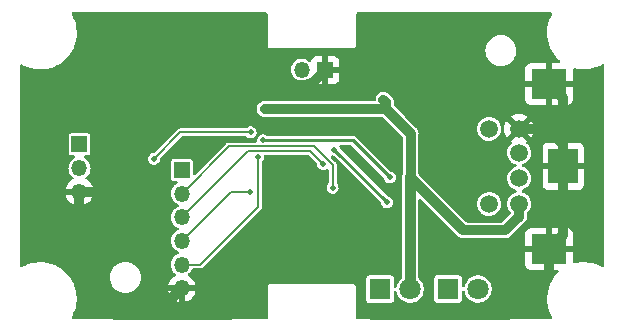
<source format=gbr>
G04 #@! TF.GenerationSoftware,KiCad,Pcbnew,(6.0.1-0)*
G04 #@! TF.CreationDate,2022-03-09T23:32:45+00:00*
G04 #@! TF.ProjectId,x1key,78316b65-792e-46b6-9963-61645f706362,1.2*
G04 #@! TF.SameCoordinates,Original*
G04 #@! TF.FileFunction,Copper,L2,Bot*
G04 #@! TF.FilePolarity,Positive*
%FSLAX46Y46*%
G04 Gerber Fmt 4.6, Leading zero omitted, Abs format (unit mm)*
G04 Created by KiCad (PCBNEW (6.0.1-0)) date 2022-03-09 23:32:45*
%MOMM*%
%LPD*%
G01*
G04 APERTURE LIST*
G04 #@! TA.AperFunction,ComponentPad*
%ADD10C,1.500000*%
G04 #@! TD*
G04 #@! TA.AperFunction,ComponentPad*
%ADD11R,3.000000X2.500000*%
G04 #@! TD*
G04 #@! TA.AperFunction,ComponentPad*
%ADD12R,2.500000X3.000000*%
G04 #@! TD*
G04 #@! TA.AperFunction,ComponentPad*
%ADD13R,1.350000X1.350000*%
G04 #@! TD*
G04 #@! TA.AperFunction,ComponentPad*
%ADD14O,1.350000X1.350000*%
G04 #@! TD*
G04 #@! TA.AperFunction,ComponentPad*
%ADD15R,1.800000X1.800000*%
G04 #@! TD*
G04 #@! TA.AperFunction,ComponentPad*
%ADD16C,1.800000*%
G04 #@! TD*
G04 #@! TA.AperFunction,ViaPad*
%ADD17C,0.800000*%
G04 #@! TD*
G04 #@! TA.AperFunction,ViaPad*
%ADD18C,0.500000*%
G04 #@! TD*
G04 #@! TA.AperFunction,Conductor*
%ADD19C,0.812800*%
G04 #@! TD*
G04 #@! TA.AperFunction,Conductor*
%ADD20C,0.508000*%
G04 #@! TD*
G04 #@! TA.AperFunction,Conductor*
%ADD21C,0.152400*%
G04 #@! TD*
G04 #@! TA.AperFunction,Conductor*
%ADD22C,0.254000*%
G04 #@! TD*
G04 APERTURE END LIST*
D10*
X92540000Y-92157000D03*
X92540000Y-94316000D03*
X92540000Y-90125000D03*
X92540000Y-96475000D03*
X90000000Y-90125000D03*
X90000000Y-96475000D03*
D11*
X95080000Y-86315000D03*
D12*
X96287800Y-93300000D03*
D11*
X95080000Y-100285000D03*
D13*
X63980000Y-93610000D03*
D14*
X63980000Y-95610000D03*
X63980000Y-97610000D03*
X63980000Y-99610000D03*
X63980000Y-101610000D03*
X63980000Y-103610000D03*
D13*
X76130000Y-85130000D03*
D14*
X74130000Y-85130000D03*
D15*
X86520000Y-103680000D03*
D16*
X89060000Y-103680000D03*
D15*
X80770000Y-103690000D03*
D16*
X83310000Y-103690000D03*
D13*
X55320000Y-91440000D03*
D14*
X55320000Y-93440000D03*
X55320000Y-95440000D03*
D17*
X81270000Y-91780000D03*
D18*
X76750000Y-95100000D03*
X75936500Y-93100000D03*
X69780000Y-95460000D03*
X69800000Y-90420000D03*
X61630000Y-92660000D03*
X70860000Y-91090000D03*
X81610000Y-94240000D03*
X76890000Y-91880000D03*
X81360000Y-96330000D03*
X70455000Y-92495000D03*
D17*
X81050000Y-87640000D03*
X71990000Y-88440000D03*
X71010000Y-88440000D03*
D19*
X74745100Y-86411400D02*
X74776500Y-86380000D01*
X71240000Y-102700000D02*
X68071809Y-105868590D01*
X66570000Y-86410000D02*
X67930000Y-86410000D01*
D20*
X71236000Y-90386000D02*
X67350000Y-86500000D01*
D19*
X79131400Y-103238000D02*
X78592900Y-102700000D01*
X57540000Y-95440000D02*
X66568600Y-86411400D01*
X58338190Y-105868590D02*
X55320000Y-102850400D01*
X74880000Y-86380000D02*
X76130000Y-85130000D01*
X66568600Y-86411400D02*
X66570000Y-86410000D01*
X79131400Y-104943000D02*
X79131400Y-103238000D01*
D20*
X81270000Y-91780000D02*
X79876000Y-90386000D01*
X67350000Y-86500000D02*
X66630000Y-86500000D01*
X79876000Y-90386000D02*
X71236000Y-90386000D01*
D19*
X96287800Y-91457800D02*
X94955000Y-90125000D01*
X80056990Y-105868590D02*
X79131400Y-104943000D01*
X78592900Y-102700000D02*
X71240000Y-102700000D01*
X74776500Y-86380000D02*
X74880000Y-86380000D01*
X55320000Y-95440000D02*
X57540000Y-95440000D01*
X95080000Y-102348000D02*
X91559410Y-105868590D01*
X95080000Y-100285000D02*
X95080000Y-102348000D01*
X96270000Y-99095000D02*
X96270000Y-93317800D01*
X61868590Y-105868590D02*
X60578590Y-105868590D01*
X96287800Y-93300000D02*
X96287800Y-87522800D01*
X66568600Y-86411400D02*
X74745100Y-86411400D01*
X63980000Y-103610000D02*
X61721410Y-105868590D01*
X94955000Y-90125000D02*
X92540000Y-90125000D01*
X60578590Y-105868590D02*
X58338190Y-105868590D01*
X68071809Y-105868590D02*
X61868590Y-105868590D01*
X61721410Y-105868590D02*
X60578590Y-105868590D01*
X96287800Y-87522800D02*
X95080000Y-86315000D01*
X55320000Y-102850400D02*
X55320000Y-95440000D01*
D20*
X61868590Y-105721410D02*
X61868590Y-105868590D01*
D19*
X95080000Y-100285000D02*
X96270000Y-99095000D01*
X91559410Y-105868590D02*
X80056990Y-105868590D01*
X96270000Y-93317800D02*
X96287800Y-93300000D01*
D21*
X67972631Y-91617369D02*
X63980000Y-95610000D01*
X76750000Y-93170031D02*
X75197338Y-91617369D01*
X76750000Y-95100000D02*
X76750000Y-93170031D01*
X75197338Y-91617369D02*
X67972631Y-91617369D01*
X75936500Y-93100000D02*
X74805789Y-91969289D01*
X69620711Y-91969289D02*
X63980000Y-97610000D01*
X74805789Y-91969289D02*
X69620711Y-91969289D01*
X68130000Y-95460000D02*
X69780000Y-95460000D01*
X63980000Y-99610000D02*
X68130000Y-95460000D01*
X69800000Y-90420000D02*
X63870000Y-90420000D01*
X63870000Y-90420000D02*
X61630000Y-92660000D01*
D22*
X70860000Y-91090000D02*
X78460000Y-91090000D01*
X78460000Y-91090000D02*
X81610000Y-94240000D01*
X81360000Y-96330000D02*
X76910000Y-91880000D01*
X76910000Y-91880000D02*
X76890000Y-91880000D01*
D21*
X70440000Y-96730000D02*
X70440000Y-92510000D01*
X65560000Y-101610000D02*
X70440000Y-96730000D01*
X70440000Y-92510000D02*
X70455000Y-92495000D01*
X63980000Y-101610000D02*
X65560000Y-101610000D01*
D19*
X91370000Y-98720000D02*
X92540000Y-97550000D01*
X87830000Y-98720000D02*
X91370000Y-98720000D01*
X71990000Y-88440000D02*
X71010000Y-88440000D01*
X83360000Y-103640000D02*
X83310000Y-103690000D01*
X71990000Y-88440000D02*
X81280000Y-88440000D01*
X81280000Y-87870000D02*
X81050000Y-87640000D01*
X83310000Y-103690000D02*
X83310000Y-94200000D01*
X83360000Y-90520000D02*
X83360000Y-103640000D01*
X81280000Y-88440000D02*
X81280000Y-87870000D01*
X92540000Y-97550000D02*
X92540000Y-96475000D01*
X83310000Y-94200000D02*
X87830000Y-98720000D01*
X81280000Y-88440000D02*
X83360000Y-90520000D01*
G04 #@! TA.AperFunction,Conductor*
G36*
X71188121Y-80274002D02*
G01*
X71234614Y-80327658D01*
X71246000Y-80380000D01*
X71246000Y-82962575D01*
X71243579Y-82987153D01*
X71241024Y-83000000D01*
X71246000Y-83025017D01*
X71260737Y-83099106D01*
X71316876Y-83183124D01*
X71400894Y-83239263D01*
X71500000Y-83258976D01*
X71512847Y-83256421D01*
X71537425Y-83254000D01*
X78462575Y-83254000D01*
X78487153Y-83256421D01*
X78500000Y-83258976D01*
X78599106Y-83239263D01*
X78683124Y-83183124D01*
X78739263Y-83099106D01*
X78754000Y-83025017D01*
X78758976Y-83000000D01*
X78756421Y-82987153D01*
X78754000Y-82962575D01*
X78754000Y-80380000D01*
X78774002Y-80311879D01*
X78827658Y-80265386D01*
X78880000Y-80254000D01*
X95230196Y-80254000D01*
X95298317Y-80274002D01*
X95344810Y-80327658D01*
X95354914Y-80397932D01*
X95339880Y-80442011D01*
X95234484Y-80628430D01*
X95233135Y-80631566D01*
X95103750Y-80932340D01*
X95103747Y-80932349D01*
X95102402Y-80935475D01*
X95101401Y-80938734D01*
X95101401Y-80938735D01*
X95005295Y-81251736D01*
X95005293Y-81251745D01*
X95004293Y-81255001D01*
X94941305Y-81583261D01*
X94914178Y-81916407D01*
X94914271Y-81919824D01*
X94922181Y-82211835D01*
X94923229Y-82250533D01*
X94968353Y-82581722D01*
X95049020Y-82906091D01*
X95164284Y-83219836D01*
X95165801Y-83222895D01*
X95165802Y-83222897D01*
X95182495Y-83256555D01*
X95312795Y-83519280D01*
X95492810Y-83800912D01*
X95494949Y-83803573D01*
X95494954Y-83803580D01*
X95652841Y-84000000D01*
X95702220Y-84061430D01*
X95938570Y-84297780D01*
X95982131Y-84332795D01*
X96022692Y-84391063D01*
X96025313Y-84462011D01*
X95989161Y-84523113D01*
X95925713Y-84554970D01*
X95903189Y-84557000D01*
X95352115Y-84557000D01*
X95336876Y-84561475D01*
X95335671Y-84562865D01*
X95334000Y-84570548D01*
X95334000Y-86042885D01*
X95338475Y-86058124D01*
X95339865Y-86059329D01*
X95347548Y-86061000D01*
X97069884Y-86061000D01*
X97085123Y-86056525D01*
X97086328Y-86055135D01*
X97087999Y-86047452D01*
X97087999Y-85110683D01*
X97108001Y-85042562D01*
X97161657Y-84996069D01*
X97231931Y-84985965D01*
X97244400Y-84988405D01*
X97333234Y-85010497D01*
X97414967Y-85030824D01*
X97414974Y-85030825D01*
X97418278Y-85031647D01*
X97421656Y-85032107D01*
X97421660Y-85032108D01*
X97746083Y-85076310D01*
X97749467Y-85076771D01*
X97752874Y-85076863D01*
X97752883Y-85076864D01*
X97921435Y-85081429D01*
X98083593Y-85085822D01*
X98416739Y-85058695D01*
X98420093Y-85058051D01*
X98420096Y-85058051D01*
X98741648Y-84996350D01*
X98744999Y-84995707D01*
X98748255Y-84994707D01*
X98748264Y-84994705D01*
X99061265Y-84898599D01*
X99061266Y-84898599D01*
X99064525Y-84897598D01*
X99067651Y-84896253D01*
X99067660Y-84896250D01*
X99368434Y-84766865D01*
X99371570Y-84765516D01*
X99557988Y-84660120D01*
X99627131Y-84644006D01*
X99694011Y-84667831D01*
X99737392Y-84724033D01*
X99746000Y-84769804D01*
X99746000Y-101730196D01*
X99725998Y-101798317D01*
X99672342Y-101844810D01*
X99602068Y-101854914D01*
X99557988Y-101839880D01*
X99374538Y-101736162D01*
X99371570Y-101734484D01*
X99359619Y-101729343D01*
X99067660Y-101603750D01*
X99067651Y-101603747D01*
X99064525Y-101602402D01*
X99012702Y-101586490D01*
X98748264Y-101505295D01*
X98748255Y-101505293D01*
X98744999Y-101504293D01*
X98563614Y-101469488D01*
X98420096Y-101441949D01*
X98420093Y-101441949D01*
X98416739Y-101441305D01*
X98083593Y-101414178D01*
X97921435Y-101418571D01*
X97752883Y-101423136D01*
X97752874Y-101423137D01*
X97749467Y-101423229D01*
X97746084Y-101423690D01*
X97746083Y-101423690D01*
X97421660Y-101467892D01*
X97421656Y-101467893D01*
X97418278Y-101468353D01*
X97414973Y-101469175D01*
X97414962Y-101469177D01*
X97244408Y-101511592D01*
X97173474Y-101508621D01*
X97115406Y-101467772D01*
X97088641Y-101402013D01*
X97088000Y-101389316D01*
X97088000Y-100557115D01*
X97083525Y-100541876D01*
X97082135Y-100540671D01*
X97074452Y-100539000D01*
X95352115Y-100539000D01*
X95336876Y-100543475D01*
X95335671Y-100544865D01*
X95334000Y-100552548D01*
X95334000Y-102024884D01*
X95338475Y-102040123D01*
X95339865Y-102041328D01*
X95347548Y-102042999D01*
X95793601Y-102042999D01*
X95861722Y-102063001D01*
X95908215Y-102116657D01*
X95918319Y-102186931D01*
X95888825Y-102251511D01*
X95882696Y-102258094D01*
X95702220Y-102438570D01*
X95700078Y-102441235D01*
X95700076Y-102441237D01*
X95494954Y-102696420D01*
X95494953Y-102696422D01*
X95492810Y-102699088D01*
X95312795Y-102980720D01*
X95311276Y-102983783D01*
X95169300Y-103270051D01*
X95164284Y-103280164D01*
X95163107Y-103283367D01*
X95163106Y-103283370D01*
X95137883Y-103352027D01*
X95049020Y-103593909D01*
X94968353Y-103918278D01*
X94967893Y-103921656D01*
X94967892Y-103921660D01*
X94947486Y-104071431D01*
X94923229Y-104249467D01*
X94923137Y-104252874D01*
X94923136Y-104252883D01*
X94920474Y-104351163D01*
X94914178Y-104583593D01*
X94941305Y-104916739D01*
X94941949Y-104920093D01*
X94941949Y-104920096D01*
X94950384Y-104964053D01*
X95004293Y-105244999D01*
X95005293Y-105248255D01*
X95005295Y-105248264D01*
X95101401Y-105561265D01*
X95102402Y-105564525D01*
X95103747Y-105567651D01*
X95103750Y-105567660D01*
X95103751Y-105567662D01*
X95234484Y-105871570D01*
X95236162Y-105874538D01*
X95339880Y-106057988D01*
X95355994Y-106127131D01*
X95332169Y-106194011D01*
X95275967Y-106237392D01*
X95230196Y-106246000D01*
X78880000Y-106246000D01*
X78811879Y-106225998D01*
X78765386Y-106172342D01*
X78754000Y-106120000D01*
X78754000Y-103537425D01*
X78756421Y-103512844D01*
X78756555Y-103512170D01*
X78758976Y-103500000D01*
X78739263Y-103400894D01*
X78683124Y-103316876D01*
X78599106Y-103260737D01*
X78525017Y-103246000D01*
X78512172Y-103243445D01*
X78500000Y-103241024D01*
X78487153Y-103243579D01*
X78462575Y-103246000D01*
X71537425Y-103246000D01*
X71512847Y-103243579D01*
X71500000Y-103241024D01*
X71487828Y-103243445D01*
X71474983Y-103246000D01*
X71400894Y-103260737D01*
X71390577Y-103267631D01*
X71390576Y-103267631D01*
X71371819Y-103280164D01*
X71316876Y-103316876D01*
X71260737Y-103400894D01*
X71241024Y-103500000D01*
X71243445Y-103512170D01*
X71243579Y-103512844D01*
X71246000Y-103537425D01*
X71246000Y-106120000D01*
X71225998Y-106188121D01*
X71172342Y-106234614D01*
X71120000Y-106246000D01*
X54769806Y-106246000D01*
X54701685Y-106225998D01*
X54655192Y-106172342D01*
X54645088Y-106102068D01*
X54660123Y-106057988D01*
X54763832Y-105874554D01*
X54763840Y-105874538D01*
X54765517Y-105871572D01*
X54782605Y-105831848D01*
X54896251Y-105567662D01*
X54896254Y-105567653D01*
X54897599Y-105564527D01*
X54900040Y-105556578D01*
X54994706Y-105248266D01*
X54994708Y-105248257D01*
X54995708Y-105245001D01*
X55058696Y-104916741D01*
X55085823Y-104583595D01*
X55079527Y-104351163D01*
X55076865Y-104252885D01*
X55076864Y-104252876D01*
X55076772Y-104249469D01*
X55065486Y-104166632D01*
X55032109Y-103921662D01*
X55032108Y-103921658D01*
X55031648Y-103918280D01*
X54950981Y-103593911D01*
X54863115Y-103354742D01*
X54836895Y-103283372D01*
X54836894Y-103283369D01*
X54835717Y-103280166D01*
X54830701Y-103270051D01*
X54688725Y-102983785D01*
X54688724Y-102983783D01*
X54687206Y-102980722D01*
X54507773Y-102700000D01*
X57890517Y-102700000D01*
X57910411Y-102927389D01*
X57911835Y-102932703D01*
X57911835Y-102932704D01*
X57951186Y-103079564D01*
X57969488Y-103147870D01*
X57971810Y-103152850D01*
X57971811Y-103152852D01*
X58063628Y-103349754D01*
X58063629Y-103349755D01*
X58065954Y-103354741D01*
X58098271Y-103400894D01*
X58182522Y-103521216D01*
X58196878Y-103541719D01*
X58358281Y-103703122D01*
X58362789Y-103706279D01*
X58362792Y-103706281D01*
X58420905Y-103746972D01*
X58545259Y-103834046D01*
X58550241Y-103836369D01*
X58550246Y-103836372D01*
X58733147Y-103921660D01*
X58752130Y-103930512D01*
X58757438Y-103931934D01*
X58757440Y-103931935D01*
X58847761Y-103956136D01*
X58972611Y-103989589D01*
X59071972Y-103998282D01*
X59140320Y-104004262D01*
X59140327Y-104004262D01*
X59143044Y-104004500D01*
X59256956Y-104004500D01*
X59259673Y-104004262D01*
X59259680Y-104004262D01*
X59328028Y-103998282D01*
X59427389Y-103989589D01*
X59552239Y-103956136D01*
X59642560Y-103931935D01*
X59642562Y-103931934D01*
X59647870Y-103930512D01*
X59666853Y-103921660D01*
X59762708Y-103876962D01*
X62827158Y-103876962D01*
X62858656Y-104000985D01*
X62862497Y-104011832D01*
X62948685Y-104198789D01*
X62954436Y-104208750D01*
X63073254Y-104376873D01*
X63080720Y-104385615D01*
X63228191Y-104529275D01*
X63237124Y-104536509D01*
X63408299Y-104650884D01*
X63418409Y-104656374D01*
X63607566Y-104737642D01*
X63618499Y-104741194D01*
X63708332Y-104761521D01*
X63722405Y-104760632D01*
X63726000Y-104751233D01*
X63726000Y-104750512D01*
X64234000Y-104750512D01*
X64237966Y-104764018D01*
X64251883Y-104766011D01*
X64262817Y-104763386D01*
X64457763Y-104697210D01*
X64468272Y-104692531D01*
X64647882Y-104591944D01*
X64657375Y-104585420D01*
X64815653Y-104453782D01*
X64823782Y-104445653D01*
X64955420Y-104287375D01*
X64961944Y-104277882D01*
X65062531Y-104098272D01*
X65067210Y-104087763D01*
X65133386Y-103892817D01*
X65136017Y-103881857D01*
X65134040Y-103867992D01*
X65120474Y-103864000D01*
X64252115Y-103864000D01*
X64236876Y-103868475D01*
X64235671Y-103869865D01*
X64234000Y-103877548D01*
X64234000Y-104750512D01*
X63726000Y-104750512D01*
X63726000Y-103882115D01*
X63721525Y-103866876D01*
X63720135Y-103865671D01*
X63712452Y-103864000D01*
X62841981Y-103864000D01*
X62828450Y-103867973D01*
X62827158Y-103876962D01*
X59762708Y-103876962D01*
X59849754Y-103836372D01*
X59849759Y-103836369D01*
X59854741Y-103834046D01*
X59979095Y-103746972D01*
X60037208Y-103706281D01*
X60037211Y-103706279D01*
X60041719Y-103703122D01*
X60203122Y-103541719D01*
X60217479Y-103521216D01*
X60283895Y-103426364D01*
X60334046Y-103354742D01*
X60334952Y-103352799D01*
X62825218Y-103352799D01*
X62831950Y-103356000D01*
X65119485Y-103356000D01*
X65133016Y-103352027D01*
X65134185Y-103343892D01*
X65090725Y-103189794D01*
X65086603Y-103179055D01*
X64995549Y-102994417D01*
X64989538Y-102984608D01*
X64866360Y-102819651D01*
X64858671Y-102811111D01*
X64707490Y-102671361D01*
X64698365Y-102664360D01*
X64540795Y-102564941D01*
X64493856Y-102511674D01*
X64483167Y-102441487D01*
X64512121Y-102376663D01*
X64533967Y-102356445D01*
X64605383Y-102304558D01*
X64695346Y-102204644D01*
X64731704Y-102164264D01*
X64731705Y-102164263D01*
X64736123Y-102159356D01*
X64825992Y-102003699D01*
X64877373Y-101954707D01*
X64935110Y-101940700D01*
X65540051Y-101940700D01*
X65551032Y-101941179D01*
X65578291Y-101943564D01*
X65578292Y-101943564D01*
X65589267Y-101944524D01*
X65626339Y-101934591D01*
X65637053Y-101932216D01*
X65652900Y-101929422D01*
X65663997Y-101927465D01*
X65663998Y-101927465D01*
X65674851Y-101925551D01*
X65684396Y-101920040D01*
X65687889Y-101918769D01*
X65691267Y-101917194D01*
X65701916Y-101914340D01*
X65710947Y-101908016D01*
X65710950Y-101908015D01*
X65733355Y-101892327D01*
X65742624Y-101886422D01*
X65744017Y-101885618D01*
X65775849Y-101867239D01*
X65782933Y-101858796D01*
X65782936Y-101858794D01*
X65800522Y-101837836D01*
X65807948Y-101829732D01*
X70659732Y-96977948D01*
X70667836Y-96970522D01*
X70688794Y-96952936D01*
X70688796Y-96952933D01*
X70697239Y-96945849D01*
X70716422Y-96912624D01*
X70722327Y-96903355D01*
X70738015Y-96880950D01*
X70738016Y-96880947D01*
X70744340Y-96871916D01*
X70747194Y-96861267D01*
X70748769Y-96857889D01*
X70750040Y-96854396D01*
X70755551Y-96844851D01*
X70757589Y-96833296D01*
X70762215Y-96807057D01*
X70764591Y-96796339D01*
X70774524Y-96759267D01*
X70771536Y-96725107D01*
X70771179Y-96721032D01*
X70770700Y-96710051D01*
X70770700Y-92946617D01*
X70790702Y-92878496D01*
X70803285Y-92862061D01*
X70816127Y-92847874D01*
X70877551Y-92780014D01*
X70929663Y-92672453D01*
X70936645Y-92658043D01*
X70936645Y-92658042D01*
X70940560Y-92649962D01*
X70964536Y-92507453D01*
X70964688Y-92495000D01*
X70957363Y-92443851D01*
X70967505Y-92373583D01*
X71014028Y-92319953D01*
X71082090Y-92299989D01*
X74616619Y-92299989D01*
X74684740Y-92319991D01*
X74705714Y-92336894D01*
X75391185Y-93022365D01*
X75425211Y-93084677D01*
X75427026Y-93095122D01*
X75436266Y-93165780D01*
X75445588Y-93237065D01*
X75503789Y-93369339D01*
X75509563Y-93376208D01*
X75557668Y-93433435D01*
X75596776Y-93479960D01*
X75604247Y-93484933D01*
X75604248Y-93484934D01*
X75709601Y-93555063D01*
X75709603Y-93555064D01*
X75717074Y-93560037D01*
X75725638Y-93562713D01*
X75725641Y-93562714D01*
X75786042Y-93581584D01*
X75855010Y-93603132D01*
X75999498Y-93605780D01*
X76053803Y-93590975D01*
X76130263Y-93570130D01*
X76130265Y-93570129D01*
X76138922Y-93567769D01*
X76222812Y-93516260D01*
X76227371Y-93513461D01*
X76295889Y-93494863D01*
X76363584Y-93516260D01*
X76408965Y-93570859D01*
X76419300Y-93620836D01*
X76419300Y-94664588D01*
X76399298Y-94732709D01*
X76387742Y-94747995D01*
X76323999Y-94820170D01*
X76320185Y-94828293D01*
X76320184Y-94828295D01*
X76304048Y-94862665D01*
X76262583Y-94950982D01*
X76261203Y-94959846D01*
X76261202Y-94959849D01*
X76244509Y-95067065D01*
X76240350Y-95093773D01*
X76241514Y-95102675D01*
X76241514Y-95102678D01*
X76251734Y-95180826D01*
X76259088Y-95237065D01*
X76317289Y-95369339D01*
X76323063Y-95376208D01*
X76356245Y-95415682D01*
X76410276Y-95479960D01*
X76417747Y-95484933D01*
X76417748Y-95484934D01*
X76523101Y-95555063D01*
X76523103Y-95555064D01*
X76530574Y-95560037D01*
X76539138Y-95562713D01*
X76539141Y-95562714D01*
X76599542Y-95581584D01*
X76668510Y-95603132D01*
X76812998Y-95605780D01*
X76832530Y-95600455D01*
X76943763Y-95570130D01*
X76943765Y-95570129D01*
X76952422Y-95567769D01*
X77075572Y-95492154D01*
X77172551Y-95385014D01*
X77210674Y-95306328D01*
X77231645Y-95263043D01*
X77231645Y-95263042D01*
X77235560Y-95254962D01*
X77259536Y-95112453D01*
X77259688Y-95100000D01*
X77247132Y-95012329D01*
X77240474Y-94965835D01*
X77240473Y-94965833D01*
X77239201Y-94956948D01*
X77179388Y-94825395D01*
X77173530Y-94818596D01*
X77173527Y-94818592D01*
X77111247Y-94746314D01*
X77081933Y-94681652D01*
X77080700Y-94664066D01*
X77080700Y-93189980D01*
X77081179Y-93178999D01*
X77083564Y-93151740D01*
X77083564Y-93151739D01*
X77084524Y-93140764D01*
X77074591Y-93103692D01*
X77072215Y-93092974D01*
X77069740Y-93078934D01*
X77065551Y-93055180D01*
X77060040Y-93045635D01*
X77058769Y-93042142D01*
X77057194Y-93038764D01*
X77054340Y-93028115D01*
X77048016Y-93019084D01*
X77048015Y-93019081D01*
X77032327Y-92996676D01*
X77026421Y-92987406D01*
X77012750Y-92963727D01*
X77012749Y-92963726D01*
X77007239Y-92954182D01*
X76998224Y-92946617D01*
X76977841Y-92929514D01*
X76969750Y-92922100D01*
X76621195Y-92573545D01*
X76587172Y-92511236D01*
X76592236Y-92440421D01*
X76634783Y-92383585D01*
X76701303Y-92358774D01*
X76747866Y-92364186D01*
X76799941Y-92380455D01*
X76799942Y-92380455D01*
X76808510Y-92383132D01*
X76817480Y-92383296D01*
X76817484Y-92383297D01*
X76823994Y-92383416D01*
X76891736Y-92404664D01*
X76910778Y-92420300D01*
X78874778Y-94384301D01*
X80825494Y-96335017D01*
X80859520Y-96397329D01*
X80861334Y-96407771D01*
X80869088Y-96467065D01*
X80927289Y-96599339D01*
X80933063Y-96606208D01*
X81005609Y-96692511D01*
X81020276Y-96709960D01*
X81027747Y-96714933D01*
X81027748Y-96714934D01*
X81133101Y-96785063D01*
X81133103Y-96785064D01*
X81140574Y-96790037D01*
X81149138Y-96792713D01*
X81149141Y-96792714D01*
X81209542Y-96811585D01*
X81278510Y-96833132D01*
X81422998Y-96835780D01*
X81442530Y-96830455D01*
X81553763Y-96800130D01*
X81553765Y-96800129D01*
X81562422Y-96797769D01*
X81685572Y-96722154D01*
X81782551Y-96615014D01*
X81845560Y-96484962D01*
X81869536Y-96342453D01*
X81869688Y-96330000D01*
X81849201Y-96186948D01*
X81789388Y-96055395D01*
X81783530Y-96048596D01*
X81783527Y-96048592D01*
X81700916Y-95952718D01*
X81700913Y-95952716D01*
X81695056Y-95945918D01*
X81573790Y-95867317D01*
X81565190Y-95864745D01*
X81443938Y-95828482D01*
X81443936Y-95828482D01*
X81435337Y-95825910D01*
X81429562Y-95825875D01*
X81366607Y-95796700D01*
X81360553Y-95791031D01*
X77421039Y-91851516D01*
X77387013Y-91789204D01*
X77385412Y-91780315D01*
X77379201Y-91736948D01*
X77339510Y-91649651D01*
X77329524Y-91579360D01*
X77359125Y-91514829D01*
X77418915Y-91476545D01*
X77454211Y-91471500D01*
X78249788Y-91471500D01*
X78317909Y-91491502D01*
X78338883Y-91508405D01*
X81075494Y-94245016D01*
X81109520Y-94307328D01*
X81111334Y-94317768D01*
X81119088Y-94377065D01*
X81177289Y-94509339D01*
X81183063Y-94516208D01*
X81219456Y-94559502D01*
X81270276Y-94619960D01*
X81277747Y-94624933D01*
X81277748Y-94624934D01*
X81383101Y-94695063D01*
X81383103Y-94695064D01*
X81390574Y-94700037D01*
X81399138Y-94702713D01*
X81399141Y-94702714D01*
X81432369Y-94713095D01*
X81528510Y-94743132D01*
X81672998Y-94745780D01*
X81692530Y-94740455D01*
X81803763Y-94710130D01*
X81803765Y-94710129D01*
X81812422Y-94707769D01*
X81935572Y-94632154D01*
X82032551Y-94525014D01*
X82095560Y-94394962D01*
X82119536Y-94252453D01*
X82119688Y-94240000D01*
X82099201Y-94096948D01*
X82039388Y-93965395D01*
X82033530Y-93958596D01*
X82033527Y-93958592D01*
X81950916Y-93862718D01*
X81950913Y-93862716D01*
X81945056Y-93855918D01*
X81823790Y-93777317D01*
X81775487Y-93762871D01*
X81693938Y-93738482D01*
X81693936Y-93738482D01*
X81685337Y-93735910D01*
X81679562Y-93735875D01*
X81616608Y-93706700D01*
X81610554Y-93701031D01*
X78768044Y-90858521D01*
X78752685Y-90839505D01*
X78751719Y-90838444D01*
X78746071Y-90829696D01*
X78719528Y-90808771D01*
X78715053Y-90804794D01*
X78714992Y-90804865D01*
X78711035Y-90801512D01*
X78707352Y-90797829D01*
X78691561Y-90786545D01*
X78686815Y-90782982D01*
X78654507Y-90757512D01*
X78654506Y-90757511D01*
X78646330Y-90751066D01*
X78637643Y-90748015D01*
X78630157Y-90742666D01*
X78620181Y-90739683D01*
X78620180Y-90739682D01*
X78580789Y-90727902D01*
X78575157Y-90726072D01*
X78526498Y-90708984D01*
X78520909Y-90708500D01*
X78518198Y-90708500D01*
X78515531Y-90708385D01*
X78515468Y-90708366D01*
X78515475Y-90708192D01*
X78514729Y-90708145D01*
X78508476Y-90706275D01*
X78459692Y-90708192D01*
X78454322Y-90708403D01*
X78449375Y-90708500D01*
X71236302Y-90708500D01*
X71167770Y-90688232D01*
X71081324Y-90632200D01*
X71081322Y-90632199D01*
X71073790Y-90627317D01*
X71056921Y-90622272D01*
X70943938Y-90588482D01*
X70943936Y-90588482D01*
X70935337Y-90585910D01*
X70926363Y-90585855D01*
X70926361Y-90585855D01*
X70863082Y-90585469D01*
X70790827Y-90585028D01*
X70782196Y-90587495D01*
X70782194Y-90587495D01*
X70660509Y-90622272D01*
X70660505Y-90622274D01*
X70651879Y-90624739D01*
X70644292Y-90629526D01*
X70644290Y-90629527D01*
X70577325Y-90671779D01*
X70529661Y-90701853D01*
X70523718Y-90708582D01*
X70523717Y-90708583D01*
X70461613Y-90778903D01*
X70416071Y-90807568D01*
X70406146Y-90869495D01*
X70372583Y-90940982D01*
X70371203Y-90949846D01*
X70371202Y-90949849D01*
X70353110Y-91066050D01*
X70350350Y-91083773D01*
X70351514Y-91092675D01*
X70351514Y-91092678D01*
X70358269Y-91144331D01*
X70347269Y-91214471D01*
X70300095Y-91267528D01*
X70233333Y-91286669D01*
X67992580Y-91286669D01*
X67981599Y-91286190D01*
X67954340Y-91283805D01*
X67954339Y-91283805D01*
X67943364Y-91282845D01*
X67906292Y-91292778D01*
X67895578Y-91295153D01*
X67880198Y-91297865D01*
X67868634Y-91299904D01*
X67868633Y-91299904D01*
X67857780Y-91301818D01*
X67848235Y-91307329D01*
X67844742Y-91308600D01*
X67841364Y-91310175D01*
X67830715Y-91313029D01*
X67821684Y-91319353D01*
X67821681Y-91319354D01*
X67799276Y-91335042D01*
X67790006Y-91340947D01*
X67756782Y-91360130D01*
X67749698Y-91368573D01*
X67749695Y-91368575D01*
X67732109Y-91389533D01*
X67724683Y-91397637D01*
X65124595Y-93997725D01*
X65062283Y-94031751D01*
X64991468Y-94026686D01*
X64934632Y-93984139D01*
X64909821Y-93917619D01*
X64909500Y-93908630D01*
X64909499Y-92916123D01*
X64909499Y-92909934D01*
X64899977Y-92862061D01*
X64897156Y-92847874D01*
X64897155Y-92847872D01*
X64894734Y-92835699D01*
X64886278Y-92823043D01*
X64845377Y-92761832D01*
X64838484Y-92751516D01*
X64754301Y-92695266D01*
X64680067Y-92680500D01*
X63980114Y-92680500D01*
X63279934Y-92680501D01*
X63244182Y-92687612D01*
X63217874Y-92692844D01*
X63217872Y-92692845D01*
X63205699Y-92695266D01*
X63195379Y-92702161D01*
X63195378Y-92702162D01*
X63185733Y-92708607D01*
X63121516Y-92751516D01*
X63065266Y-92835699D01*
X63050500Y-92909933D01*
X63050501Y-94310066D01*
X63056589Y-94340674D01*
X63062057Y-94368165D01*
X63065266Y-94384301D01*
X63072161Y-94394621D01*
X63072162Y-94394622D01*
X63074268Y-94397774D01*
X63121516Y-94468484D01*
X63205699Y-94524734D01*
X63279933Y-94539500D01*
X63506337Y-94539500D01*
X63574458Y-94559502D01*
X63620951Y-94613158D01*
X63631055Y-94683432D01*
X63601561Y-94748012D01*
X63557586Y-94780606D01*
X63512690Y-94800595D01*
X63507349Y-94804475D01*
X63507348Y-94804476D01*
X63372436Y-94902496D01*
X63354617Y-94915442D01*
X63350196Y-94920352D01*
X63350195Y-94920353D01*
X63318180Y-94955910D01*
X63223877Y-95060644D01*
X63126182Y-95229856D01*
X63118025Y-95254962D01*
X63075769Y-95385014D01*
X63065804Y-95415682D01*
X63045380Y-95610000D01*
X63046070Y-95616565D01*
X63054385Y-95695671D01*
X63065804Y-95804318D01*
X63067844Y-95810596D01*
X63067844Y-95810597D01*
X63077385Y-95839960D01*
X63126182Y-95990144D01*
X63223877Y-96159356D01*
X63228295Y-96164263D01*
X63228296Y-96164264D01*
X63328591Y-96275653D01*
X63354617Y-96304558D01*
X63359959Y-96308439D01*
X63359961Y-96308441D01*
X63507205Y-96415420D01*
X63512690Y-96419405D01*
X63518719Y-96422089D01*
X63518722Y-96422091D01*
X63682241Y-96494893D01*
X63736337Y-96540873D01*
X63756987Y-96608800D01*
X63737635Y-96677108D01*
X63682241Y-96725107D01*
X63518722Y-96797909D01*
X63518719Y-96797911D01*
X63512690Y-96800595D01*
X63507349Y-96804475D01*
X63507348Y-96804476D01*
X63365061Y-96907854D01*
X63354617Y-96915442D01*
X63350196Y-96920352D01*
X63350195Y-96920353D01*
X63263803Y-97016302D01*
X63223877Y-97060644D01*
X63220576Y-97066362D01*
X63157184Y-97176160D01*
X63126182Y-97229856D01*
X63124140Y-97236141D01*
X63071896Y-97396934D01*
X63065804Y-97415682D01*
X63045380Y-97610000D01*
X63046070Y-97616565D01*
X63055684Y-97708030D01*
X63065804Y-97804318D01*
X63126182Y-97990144D01*
X63223877Y-98159356D01*
X63354617Y-98304558D01*
X63512690Y-98419405D01*
X63518719Y-98422089D01*
X63518722Y-98422091D01*
X63682241Y-98494893D01*
X63736337Y-98540873D01*
X63756987Y-98608800D01*
X63737635Y-98677108D01*
X63682241Y-98725107D01*
X63518722Y-98797909D01*
X63518719Y-98797911D01*
X63512690Y-98800595D01*
X63354617Y-98915442D01*
X63350196Y-98920352D01*
X63350195Y-98920353D01*
X63287190Y-98990328D01*
X63223877Y-99060644D01*
X63220576Y-99066362D01*
X63160218Y-99170905D01*
X63126182Y-99229856D01*
X63065804Y-99415682D01*
X63045380Y-99610000D01*
X63065804Y-99804318D01*
X63126182Y-99990144D01*
X63129485Y-99995866D01*
X63129486Y-99995867D01*
X63149770Y-100031000D01*
X63223877Y-100159356D01*
X63354617Y-100304558D01*
X63512690Y-100419405D01*
X63518719Y-100422089D01*
X63518722Y-100422091D01*
X63682241Y-100494893D01*
X63736337Y-100540873D01*
X63756987Y-100608800D01*
X63737635Y-100677108D01*
X63682241Y-100725107D01*
X63518722Y-100797909D01*
X63518719Y-100797911D01*
X63512690Y-100800595D01*
X63354617Y-100915442D01*
X63223877Y-101060644D01*
X63220576Y-101066362D01*
X63134009Y-101216300D01*
X63126182Y-101229856D01*
X63065804Y-101415682D01*
X63065114Y-101422245D01*
X63065114Y-101422246D01*
X63049678Y-101569111D01*
X63045380Y-101610000D01*
X63046070Y-101616565D01*
X63058014Y-101730198D01*
X63065804Y-101804318D01*
X63067844Y-101810596D01*
X63067844Y-101810597D01*
X63082071Y-101854384D01*
X63126182Y-101990144D01*
X63129485Y-101995866D01*
X63129486Y-101995867D01*
X63156698Y-102042999D01*
X63223877Y-102159356D01*
X63228295Y-102164263D01*
X63228296Y-102164264D01*
X63264654Y-102204644D01*
X63354617Y-102304558D01*
X63408415Y-102343645D01*
X63427558Y-102357553D01*
X63470912Y-102413776D01*
X63476987Y-102484512D01*
X63443855Y-102547303D01*
X63417920Y-102567774D01*
X63286639Y-102645878D01*
X63277327Y-102652643D01*
X63122547Y-102788381D01*
X63114630Y-102796724D01*
X62987180Y-102958394D01*
X62980909Y-102968050D01*
X62885060Y-103150229D01*
X62880655Y-103160863D01*
X62825436Y-103338700D01*
X62825218Y-103352799D01*
X60334952Y-103352799D01*
X60336369Y-103349760D01*
X60336372Y-103349755D01*
X60428189Y-103152852D01*
X60428190Y-103152851D01*
X60430512Y-103147870D01*
X60448815Y-103079564D01*
X60488165Y-102932704D01*
X60488165Y-102932703D01*
X60489589Y-102927389D01*
X60509483Y-102700000D01*
X60489589Y-102472611D01*
X60488165Y-102467296D01*
X60431935Y-102257440D01*
X60431934Y-102257438D01*
X60430512Y-102252130D01*
X60408369Y-102204644D01*
X60336372Y-102050246D01*
X60336369Y-102050241D01*
X60334046Y-102045259D01*
X60253531Y-101930272D01*
X60206281Y-101862792D01*
X60206279Y-101862789D01*
X60203122Y-101858281D01*
X60041719Y-101696878D01*
X59978490Y-101652604D01*
X59956707Y-101637352D01*
X59854741Y-101565954D01*
X59849759Y-101563631D01*
X59849754Y-101563628D01*
X59652852Y-101471811D01*
X59652850Y-101471810D01*
X59647870Y-101469488D01*
X59642562Y-101468066D01*
X59642560Y-101468065D01*
X59432704Y-101411835D01*
X59432703Y-101411835D01*
X59427389Y-101410411D01*
X59328028Y-101401718D01*
X59259680Y-101395738D01*
X59259673Y-101395738D01*
X59256956Y-101395500D01*
X59143044Y-101395500D01*
X59140327Y-101395738D01*
X59140320Y-101395738D01*
X59071972Y-101401718D01*
X58972611Y-101410411D01*
X58967297Y-101411835D01*
X58967296Y-101411835D01*
X58757440Y-101468065D01*
X58757438Y-101468066D01*
X58752130Y-101469488D01*
X58747150Y-101471810D01*
X58747148Y-101471811D01*
X58550246Y-101563628D01*
X58550241Y-101563631D01*
X58545259Y-101565954D01*
X58443293Y-101637352D01*
X58421511Y-101652604D01*
X58358281Y-101696878D01*
X58196878Y-101858281D01*
X58193721Y-101862790D01*
X58193719Y-101862792D01*
X58157625Y-101914340D01*
X58065954Y-102045258D01*
X58063631Y-102050240D01*
X58063628Y-102050245D01*
X57999891Y-102186931D01*
X57969488Y-102252130D01*
X57968066Y-102257438D01*
X57968065Y-102257440D01*
X57911835Y-102467296D01*
X57910411Y-102472611D01*
X57890517Y-102700000D01*
X54507773Y-102700000D01*
X54507191Y-102699090D01*
X54505052Y-102696429D01*
X54505047Y-102696422D01*
X54299925Y-102441239D01*
X54299923Y-102441237D01*
X54297781Y-102438572D01*
X54061431Y-102202222D01*
X54014209Y-102164264D01*
X53803581Y-101994956D01*
X53803574Y-101994951D01*
X53800913Y-101992812D01*
X53519281Y-101812797D01*
X53219837Y-101664286D01*
X53146524Y-101637352D01*
X52989512Y-101579669D01*
X52906092Y-101549022D01*
X52581723Y-101468355D01*
X52578345Y-101467895D01*
X52578341Y-101467894D01*
X52253918Y-101423692D01*
X52253917Y-101423692D01*
X52250534Y-101423231D01*
X52247127Y-101423139D01*
X52247118Y-101423138D01*
X52078566Y-101418573D01*
X51916408Y-101414180D01*
X51583262Y-101441307D01*
X51579908Y-101441951D01*
X51579905Y-101441951D01*
X51424291Y-101471811D01*
X51255002Y-101504295D01*
X51251746Y-101505295D01*
X51251737Y-101505297D01*
X51043906Y-101569111D01*
X50935476Y-101602404D01*
X50932350Y-101603749D01*
X50932341Y-101603752D01*
X50706797Y-101700775D01*
X50628431Y-101734486D01*
X50625467Y-101736162D01*
X50625463Y-101736164D01*
X50442012Y-101839882D01*
X50372868Y-101855996D01*
X50305989Y-101832170D01*
X50262608Y-101775969D01*
X50254000Y-101730198D01*
X50254000Y-95706962D01*
X54167158Y-95706962D01*
X54198656Y-95830985D01*
X54202497Y-95841832D01*
X54288685Y-96028789D01*
X54294436Y-96038750D01*
X54413254Y-96206873D01*
X54420720Y-96215615D01*
X54568191Y-96359275D01*
X54577124Y-96366509D01*
X54748299Y-96480884D01*
X54758409Y-96486374D01*
X54947566Y-96567642D01*
X54958499Y-96571194D01*
X55048332Y-96591521D01*
X55062405Y-96590632D01*
X55066000Y-96581233D01*
X55066000Y-96580512D01*
X55574000Y-96580512D01*
X55577966Y-96594018D01*
X55591883Y-96596011D01*
X55602817Y-96593386D01*
X55797763Y-96527210D01*
X55808272Y-96522531D01*
X55987882Y-96421944D01*
X55997375Y-96415420D01*
X56155653Y-96283782D01*
X56163782Y-96275653D01*
X56295420Y-96117375D01*
X56301944Y-96107882D01*
X56402531Y-95928272D01*
X56407210Y-95917763D01*
X56473386Y-95722817D01*
X56476017Y-95711857D01*
X56474040Y-95697992D01*
X56460474Y-95694000D01*
X55592115Y-95694000D01*
X55576876Y-95698475D01*
X55575671Y-95699865D01*
X55574000Y-95707548D01*
X55574000Y-96580512D01*
X55066000Y-96580512D01*
X55066000Y-95712115D01*
X55061525Y-95696876D01*
X55060135Y-95695671D01*
X55052452Y-95694000D01*
X54181981Y-95694000D01*
X54168450Y-95697973D01*
X54167158Y-95706962D01*
X50254000Y-95706962D01*
X50254000Y-95182799D01*
X54165218Y-95182799D01*
X54171950Y-95186000D01*
X56459485Y-95186000D01*
X56473016Y-95182027D01*
X56474185Y-95173892D01*
X56430725Y-95019794D01*
X56426603Y-95009055D01*
X56335549Y-94824417D01*
X56329538Y-94814608D01*
X56206360Y-94649651D01*
X56198671Y-94641111D01*
X56047490Y-94501361D01*
X56038365Y-94494360D01*
X55880795Y-94394941D01*
X55833856Y-94341674D01*
X55823167Y-94271487D01*
X55852121Y-94206663D01*
X55873967Y-94186445D01*
X55909993Y-94160270D01*
X55940039Y-94138441D01*
X55940041Y-94138439D01*
X55945383Y-94134558D01*
X55998784Y-94075250D01*
X56071704Y-93994264D01*
X56071705Y-93994263D01*
X56076123Y-93989356D01*
X56173818Y-93820144D01*
X56234196Y-93634318D01*
X56237849Y-93599568D01*
X56253930Y-93446565D01*
X56254620Y-93440000D01*
X56246330Y-93361125D01*
X56234886Y-93252246D01*
X56234886Y-93252245D01*
X56234196Y-93245682D01*
X56226537Y-93222108D01*
X56185325Y-93095270D01*
X56173818Y-93059856D01*
X56164854Y-93044329D01*
X56112807Y-92954182D01*
X56076123Y-92890644D01*
X56050472Y-92862155D01*
X55949805Y-92750353D01*
X55949804Y-92750352D01*
X55945383Y-92745442D01*
X55928903Y-92733468D01*
X55819212Y-92653773D01*
X61120350Y-92653773D01*
X61121514Y-92662675D01*
X61121514Y-92662678D01*
X61136858Y-92780014D01*
X61139088Y-92797065D01*
X61197289Y-92929339D01*
X61203063Y-92936208D01*
X61241423Y-92981842D01*
X61290276Y-93039960D01*
X61297747Y-93044933D01*
X61297748Y-93044934D01*
X61403101Y-93115063D01*
X61403103Y-93115064D01*
X61410574Y-93120037D01*
X61419138Y-93122713D01*
X61419141Y-93122714D01*
X61476916Y-93140764D01*
X61548510Y-93163132D01*
X61692998Y-93165780D01*
X61712530Y-93160455D01*
X61823763Y-93130130D01*
X61823765Y-93130129D01*
X61832422Y-93127769D01*
X61955572Y-93052154D01*
X61964635Y-93042142D01*
X61997858Y-93005437D01*
X62052551Y-92945014D01*
X62096972Y-92853329D01*
X62111645Y-92823043D01*
X62111645Y-92823042D01*
X62115560Y-92814962D01*
X62139536Y-92672453D01*
X62139595Y-92667591D01*
X62140031Y-92662735D01*
X62141394Y-92662857D01*
X62160412Y-92600891D01*
X62176477Y-92581203D01*
X63970075Y-90787605D01*
X64032387Y-90753579D01*
X64059170Y-90750700D01*
X69360181Y-90750700D01*
X69428302Y-90770702D01*
X69447431Y-90787529D01*
X69447809Y-90787106D01*
X69454499Y-90793087D01*
X69460276Y-90799960D01*
X69519684Y-90839505D01*
X69573101Y-90875063D01*
X69573103Y-90875064D01*
X69580574Y-90880037D01*
X69589138Y-90882713D01*
X69589141Y-90882714D01*
X69649542Y-90901584D01*
X69718510Y-90923132D01*
X69862998Y-90925780D01*
X69882530Y-90920455D01*
X69993763Y-90890130D01*
X69993765Y-90890129D01*
X70002422Y-90887769D01*
X70125572Y-90812154D01*
X70136610Y-90799960D01*
X70198676Y-90731391D01*
X70243636Y-90703855D01*
X70253779Y-90640558D01*
X70257829Y-90632200D01*
X70285560Y-90574962D01*
X70309536Y-90432453D01*
X70309688Y-90420000D01*
X70289201Y-90276948D01*
X70284729Y-90267111D01*
X70253726Y-90198925D01*
X70229388Y-90145395D01*
X70223530Y-90138596D01*
X70223527Y-90138592D01*
X70140916Y-90042718D01*
X70140913Y-90042716D01*
X70135056Y-90035918D01*
X70013790Y-89957317D01*
X69996921Y-89952272D01*
X69883938Y-89918482D01*
X69883936Y-89918482D01*
X69875337Y-89915910D01*
X69866363Y-89915855D01*
X69866361Y-89915855D01*
X69803082Y-89915469D01*
X69730827Y-89915028D01*
X69722196Y-89917495D01*
X69722194Y-89917495D01*
X69600509Y-89952272D01*
X69600505Y-89952274D01*
X69591879Y-89954739D01*
X69584292Y-89959526D01*
X69584290Y-89959527D01*
X69477249Y-90027065D01*
X69477248Y-90027066D01*
X69469661Y-90031853D01*
X69456543Y-90046707D01*
X69396459Y-90084525D01*
X69362101Y-90089300D01*
X63889940Y-90089300D01*
X63878960Y-90088821D01*
X63851710Y-90086437D01*
X63851709Y-90086437D01*
X63840733Y-90085477D01*
X63830089Y-90088329D01*
X63830088Y-90088329D01*
X63803682Y-90095404D01*
X63792953Y-90097783D01*
X63766003Y-90102535D01*
X63766002Y-90102535D01*
X63755149Y-90104449D01*
X63745604Y-90109960D01*
X63742114Y-90111230D01*
X63738735Y-90112806D01*
X63728083Y-90115660D01*
X63696639Y-90137678D01*
X63687383Y-90143574D01*
X63654151Y-90162761D01*
X63647066Y-90171204D01*
X63647063Y-90171207D01*
X63629478Y-90192164D01*
X63622052Y-90200268D01*
X61703870Y-92118450D01*
X61641558Y-92152476D01*
X61614008Y-92155353D01*
X61560827Y-92155028D01*
X61552196Y-92157495D01*
X61552194Y-92157495D01*
X61430509Y-92192272D01*
X61430505Y-92192274D01*
X61421879Y-92194739D01*
X61414292Y-92199526D01*
X61414290Y-92199527D01*
X61374517Y-92224622D01*
X61299661Y-92271853D01*
X61293718Y-92278582D01*
X61293717Y-92278583D01*
X61270054Y-92305377D01*
X61203999Y-92380170D01*
X61200185Y-92388293D01*
X61200184Y-92388295D01*
X61192499Y-92404664D01*
X61142583Y-92510982D01*
X61141203Y-92519846D01*
X61141202Y-92519849D01*
X61122322Y-92641110D01*
X61120350Y-92653773D01*
X55819212Y-92653773D01*
X55792652Y-92634476D01*
X55792651Y-92634475D01*
X55787310Y-92630595D01*
X55742413Y-92610606D01*
X55688317Y-92564626D01*
X55667668Y-92496698D01*
X55687020Y-92428390D01*
X55740231Y-92381389D01*
X55793661Y-92369499D01*
X56020066Y-92369499D01*
X56055818Y-92362388D01*
X56082126Y-92357156D01*
X56082128Y-92357155D01*
X56094301Y-92354734D01*
X56104621Y-92347839D01*
X56104622Y-92347838D01*
X56168168Y-92305377D01*
X56178484Y-92298484D01*
X56234734Y-92214301D01*
X56249500Y-92140067D01*
X56249499Y-90739934D01*
X56234734Y-90665699D01*
X56212351Y-90632200D01*
X56185377Y-90591832D01*
X56178484Y-90581516D01*
X56094301Y-90525266D01*
X56020067Y-90510500D01*
X55320114Y-90510500D01*
X54619934Y-90510501D01*
X54584182Y-90517612D01*
X54557874Y-90522844D01*
X54557872Y-90522845D01*
X54545699Y-90525266D01*
X54535379Y-90532161D01*
X54535378Y-90532162D01*
X54519211Y-90542965D01*
X54461516Y-90581516D01*
X54405266Y-90665699D01*
X54390500Y-90739933D01*
X54390501Y-92140066D01*
X54393786Y-92156581D01*
X54402328Y-92199527D01*
X54405266Y-92214301D01*
X54412161Y-92224620D01*
X54412162Y-92224622D01*
X54448218Y-92278583D01*
X54461516Y-92298484D01*
X54545699Y-92354734D01*
X54619933Y-92369500D01*
X54846337Y-92369500D01*
X54914458Y-92389502D01*
X54960951Y-92443158D01*
X54971055Y-92513432D01*
X54941561Y-92578012D01*
X54897586Y-92610606D01*
X54852690Y-92630595D01*
X54847349Y-92634475D01*
X54847348Y-92634476D01*
X54711098Y-92733468D01*
X54694617Y-92745442D01*
X54690196Y-92750352D01*
X54690195Y-92750353D01*
X54589529Y-92862155D01*
X54563877Y-92890644D01*
X54527193Y-92954182D01*
X54475147Y-93044329D01*
X54466182Y-93059856D01*
X54454675Y-93095270D01*
X54413464Y-93222108D01*
X54405804Y-93245682D01*
X54405114Y-93252245D01*
X54405114Y-93252246D01*
X54393670Y-93361125D01*
X54385380Y-93440000D01*
X54386070Y-93446565D01*
X54402152Y-93599568D01*
X54405804Y-93634318D01*
X54466182Y-93820144D01*
X54563877Y-93989356D01*
X54568295Y-93994263D01*
X54568296Y-93994264D01*
X54641216Y-94075250D01*
X54694617Y-94134558D01*
X54747166Y-94172737D01*
X54767558Y-94187553D01*
X54810912Y-94243776D01*
X54816987Y-94314512D01*
X54783855Y-94377303D01*
X54757920Y-94397774D01*
X54626639Y-94475878D01*
X54617327Y-94482643D01*
X54462547Y-94618381D01*
X54454630Y-94626724D01*
X54327180Y-94788394D01*
X54320909Y-94798050D01*
X54225060Y-94980229D01*
X54220655Y-94990863D01*
X54165436Y-95168700D01*
X54165218Y-95182799D01*
X50254000Y-95182799D01*
X50254000Y-88516520D01*
X70348658Y-88516520D01*
X70386001Y-88672063D01*
X70459368Y-88814209D01*
X70464360Y-88819931D01*
X70464361Y-88819933D01*
X70517547Y-88880901D01*
X70564524Y-88934752D01*
X70620004Y-88973744D01*
X70689180Y-89022362D01*
X70689182Y-89022363D01*
X70695397Y-89026731D01*
X70769915Y-89055784D01*
X70837354Y-89082078D01*
X70837357Y-89082079D01*
X70844434Y-89084838D01*
X70851967Y-89085830D01*
X70851968Y-89085830D01*
X70962352Y-89100362D01*
X70966439Y-89100900D01*
X80954056Y-89100900D01*
X81022177Y-89120902D01*
X81043151Y-89137805D01*
X82662195Y-90756849D01*
X82696221Y-90819161D01*
X82699100Y-90845944D01*
X82699100Y-93920703D01*
X82693134Y-93959015D01*
X82687873Y-93975498D01*
X82685233Y-93982953D01*
X82665162Y-94034434D01*
X82664171Y-94041962D01*
X82664170Y-94041965D01*
X82663888Y-94044110D01*
X82659003Y-94065963D01*
X82656039Y-94075250D01*
X82655522Y-94082826D01*
X82655522Y-94082828D01*
X82652280Y-94130379D01*
X82651494Y-94138252D01*
X82649638Y-94152348D01*
X82649637Y-94152356D01*
X82649100Y-94156439D01*
X82649100Y-94172737D01*
X82648808Y-94181308D01*
X82645158Y-94234843D01*
X82646463Y-94242320D01*
X82646463Y-94242321D01*
X82647224Y-94246680D01*
X82649100Y-94268344D01*
X82649100Y-102676828D01*
X82629098Y-102744949D01*
X82606180Y-102771558D01*
X82468968Y-102891890D01*
X82465393Y-102896425D01*
X82465392Y-102896426D01*
X82341463Y-103053629D01*
X82337607Y-103058520D01*
X82238812Y-103246299D01*
X82228332Y-103280051D01*
X82187030Y-103413066D01*
X82175891Y-103448938D01*
X82175212Y-103454675D01*
X82174011Y-103460325D01*
X82171914Y-103459879D01*
X82147743Y-103516486D01*
X82088988Y-103556341D01*
X82018014Y-103558104D01*
X81957353Y-103521216D01*
X81926265Y-103457387D01*
X81924499Y-103436364D01*
X81924499Y-102764934D01*
X81909734Y-102690699D01*
X81902323Y-102679607D01*
X81860377Y-102616832D01*
X81853484Y-102606516D01*
X81769301Y-102550266D01*
X81695067Y-102535500D01*
X80770150Y-102535500D01*
X79844934Y-102535501D01*
X79809182Y-102542612D01*
X79782874Y-102547844D01*
X79782872Y-102547845D01*
X79770699Y-102550266D01*
X79760379Y-102557161D01*
X79760378Y-102557162D01*
X79711798Y-102589623D01*
X79686516Y-102606516D01*
X79630266Y-102690699D01*
X79615500Y-102764933D01*
X79615501Y-104615066D01*
X79630266Y-104689301D01*
X79637161Y-104699620D01*
X79637162Y-104699622D01*
X79664853Y-104741064D01*
X79686516Y-104773484D01*
X79770699Y-104829734D01*
X79844933Y-104844500D01*
X80769850Y-104844500D01*
X81695066Y-104844499D01*
X81730818Y-104837388D01*
X81757126Y-104832156D01*
X81757128Y-104832155D01*
X81769301Y-104829734D01*
X81779621Y-104822839D01*
X81779622Y-104822838D01*
X81843168Y-104780377D01*
X81853484Y-104773484D01*
X81909734Y-104689301D01*
X81924500Y-104615067D01*
X81924500Y-103933080D01*
X81944502Y-103864959D01*
X81998158Y-103818466D01*
X82068432Y-103808362D01*
X82133012Y-103837856D01*
X82172622Y-103902064D01*
X82217058Y-104077031D01*
X82305890Y-104269723D01*
X82428350Y-104443000D01*
X82432484Y-104447027D01*
X82576178Y-104587007D01*
X82580337Y-104591059D01*
X82585133Y-104594264D01*
X82585136Y-104594266D01*
X82676690Y-104655440D01*
X82756760Y-104708941D01*
X82762063Y-104711219D01*
X82762066Y-104711221D01*
X82928435Y-104782699D01*
X82951711Y-104792699D01*
X83016725Y-104807410D01*
X83153025Y-104838252D01*
X83153030Y-104838253D01*
X83158662Y-104839527D01*
X83164433Y-104839754D01*
X83164435Y-104839754D01*
X83229911Y-104842326D01*
X83370681Y-104847857D01*
X83478974Y-104832155D01*
X83574953Y-104818239D01*
X83574958Y-104818238D01*
X83580667Y-104817410D01*
X83586131Y-104815555D01*
X83586136Y-104815554D01*
X83679240Y-104783949D01*
X83781589Y-104749207D01*
X83786632Y-104746383D01*
X83961670Y-104648357D01*
X83961674Y-104648354D01*
X83966717Y-104645530D01*
X84129852Y-104509852D01*
X84265530Y-104346717D01*
X84268354Y-104341674D01*
X84268357Y-104341670D01*
X84366383Y-104166632D01*
X84366384Y-104166630D01*
X84369207Y-104161589D01*
X84427430Y-103990068D01*
X84435554Y-103966136D01*
X84435555Y-103966131D01*
X84437410Y-103960667D01*
X84439689Y-103944953D01*
X84459478Y-103808466D01*
X84467857Y-103750681D01*
X84469446Y-103690000D01*
X84453018Y-103511216D01*
X84450560Y-103484462D01*
X84450559Y-103484459D01*
X84450031Y-103478708D01*
X84445643Y-103463147D01*
X84394004Y-103280051D01*
X84394003Y-103280049D01*
X84392436Y-103274492D01*
X84389054Y-103267632D01*
X84301145Y-103089372D01*
X84298590Y-103084191D01*
X84294992Y-103079372D01*
X84175089Y-102918803D01*
X84175088Y-102918802D01*
X84171636Y-102914179D01*
X84061371Y-102812251D01*
X84027086Y-102754933D01*
X85365500Y-102754933D01*
X85365501Y-104605066D01*
X85370825Y-104631832D01*
X85375521Y-104655442D01*
X85380266Y-104679301D01*
X85387161Y-104689620D01*
X85387162Y-104689622D01*
X85418407Y-104736383D01*
X85436516Y-104763484D01*
X85520699Y-104819734D01*
X85594933Y-104834500D01*
X86519850Y-104834500D01*
X87445066Y-104834499D01*
X87480818Y-104827388D01*
X87507126Y-104822156D01*
X87507128Y-104822155D01*
X87519301Y-104819734D01*
X87529621Y-104812839D01*
X87529622Y-104812838D01*
X87593168Y-104770377D01*
X87603484Y-104763484D01*
X87659734Y-104679301D01*
X87674500Y-104605067D01*
X87674500Y-103923080D01*
X87694502Y-103854959D01*
X87748158Y-103808466D01*
X87818432Y-103798362D01*
X87883012Y-103827856D01*
X87922622Y-103892064D01*
X87967058Y-104067031D01*
X88055890Y-104259723D01*
X88178350Y-104433000D01*
X88330337Y-104581059D01*
X88335133Y-104584264D01*
X88335136Y-104584266D01*
X88441656Y-104655440D01*
X88506760Y-104698941D01*
X88512063Y-104701219D01*
X88512066Y-104701221D01*
X88696306Y-104780377D01*
X88701711Y-104782699D01*
X88735829Y-104790419D01*
X88903025Y-104828252D01*
X88903030Y-104828253D01*
X88908662Y-104829527D01*
X88914433Y-104829754D01*
X88914435Y-104829754D01*
X88979911Y-104832326D01*
X89120681Y-104837857D01*
X89228974Y-104822155D01*
X89324953Y-104808239D01*
X89324958Y-104808238D01*
X89330667Y-104807410D01*
X89336131Y-104805555D01*
X89336136Y-104805554D01*
X89468472Y-104760632D01*
X89531589Y-104739207D01*
X89536632Y-104736383D01*
X89711670Y-104638357D01*
X89711674Y-104638354D01*
X89716717Y-104635530D01*
X89879852Y-104499852D01*
X90015530Y-104336717D01*
X90018354Y-104331674D01*
X90018357Y-104331670D01*
X90116383Y-104156632D01*
X90116384Y-104156630D01*
X90119207Y-104151589D01*
X90166648Y-104011832D01*
X90185554Y-103956136D01*
X90185555Y-103956131D01*
X90187410Y-103950667D01*
X90190333Y-103930512D01*
X90208044Y-103808362D01*
X90217857Y-103740681D01*
X90219446Y-103680000D01*
X90203502Y-103506486D01*
X90200560Y-103474462D01*
X90200559Y-103474459D01*
X90200031Y-103468708D01*
X90196839Y-103457387D01*
X90144004Y-103270051D01*
X90144003Y-103270049D01*
X90142436Y-103264492D01*
X90139391Y-103258316D01*
X90051145Y-103079372D01*
X90048590Y-103074191D01*
X89921636Y-102904179D01*
X89908342Y-102891890D01*
X89770066Y-102764069D01*
X89770063Y-102764067D01*
X89765826Y-102760150D01*
X89586377Y-102646926D01*
X89389300Y-102568300D01*
X89383643Y-102567175D01*
X89383637Y-102567173D01*
X89186863Y-102528033D01*
X89186859Y-102528033D01*
X89181195Y-102526906D01*
X89175420Y-102526830D01*
X89175416Y-102526830D01*
X89068804Y-102525434D01*
X88969031Y-102524128D01*
X88963334Y-102525107D01*
X88963333Y-102525107D01*
X88776790Y-102557161D01*
X88759913Y-102560061D01*
X88560846Y-102633501D01*
X88555885Y-102636453D01*
X88555884Y-102636453D01*
X88383463Y-102739032D01*
X88383460Y-102739034D01*
X88378495Y-102741988D01*
X88374155Y-102745794D01*
X88374151Y-102745797D01*
X88223309Y-102878083D01*
X88218968Y-102881890D01*
X88215393Y-102886425D01*
X88215392Y-102886426D01*
X88130259Y-102994417D01*
X88087607Y-103048520D01*
X87988812Y-103236299D01*
X87925891Y-103438938D01*
X87925212Y-103444675D01*
X87924011Y-103450325D01*
X87921914Y-103449879D01*
X87897743Y-103506486D01*
X87838988Y-103546341D01*
X87768014Y-103548104D01*
X87707353Y-103511216D01*
X87676265Y-103447387D01*
X87674499Y-103426364D01*
X87674499Y-102754934D01*
X87663392Y-102699090D01*
X87662156Y-102692874D01*
X87662155Y-102692872D01*
X87659734Y-102680699D01*
X87650489Y-102666862D01*
X87610377Y-102606832D01*
X87603484Y-102596516D01*
X87530642Y-102547844D01*
X87529620Y-102547161D01*
X87519301Y-102540266D01*
X87445067Y-102525500D01*
X86520150Y-102525500D01*
X85594934Y-102525501D01*
X85559182Y-102532612D01*
X85532874Y-102537844D01*
X85532872Y-102537845D01*
X85520699Y-102540266D01*
X85510379Y-102547161D01*
X85510378Y-102547162D01*
X85475541Y-102570440D01*
X85436516Y-102596516D01*
X85429623Y-102606832D01*
X85391184Y-102664360D01*
X85380266Y-102680699D01*
X85365500Y-102754933D01*
X84027086Y-102754933D01*
X84024926Y-102751322D01*
X84020900Y-102719726D01*
X84020900Y-101579669D01*
X93072001Y-101579669D01*
X93072371Y-101586490D01*
X93077895Y-101637352D01*
X93081521Y-101652604D01*
X93126676Y-101773054D01*
X93135214Y-101788649D01*
X93211715Y-101890724D01*
X93224276Y-101903285D01*
X93326351Y-101979786D01*
X93341946Y-101988324D01*
X93462394Y-102033478D01*
X93477649Y-102037105D01*
X93528514Y-102042631D01*
X93535328Y-102043000D01*
X94807885Y-102043000D01*
X94823124Y-102038525D01*
X94824329Y-102037135D01*
X94826000Y-102029452D01*
X94826000Y-100557115D01*
X94821525Y-100541876D01*
X94820135Y-100540671D01*
X94812452Y-100539000D01*
X93090116Y-100539000D01*
X93074877Y-100543475D01*
X93073672Y-100544865D01*
X93072001Y-100552548D01*
X93072001Y-101579669D01*
X84020900Y-101579669D01*
X84020900Y-100012885D01*
X93072000Y-100012885D01*
X93076475Y-100028124D01*
X93077865Y-100029329D01*
X93085548Y-100031000D01*
X94807885Y-100031000D01*
X94823124Y-100026525D01*
X94824329Y-100025135D01*
X94826000Y-100017452D01*
X94826000Y-100012885D01*
X95334000Y-100012885D01*
X95338475Y-100028124D01*
X95339865Y-100029329D01*
X95347548Y-100031000D01*
X97069884Y-100031000D01*
X97085123Y-100026525D01*
X97086328Y-100025135D01*
X97087999Y-100017452D01*
X97087999Y-98990331D01*
X97087629Y-98983510D01*
X97082105Y-98932648D01*
X97078479Y-98917396D01*
X97033324Y-98796946D01*
X97024786Y-98781351D01*
X96948285Y-98679276D01*
X96935724Y-98666715D01*
X96833649Y-98590214D01*
X96818054Y-98581676D01*
X96697606Y-98536522D01*
X96682351Y-98532895D01*
X96631486Y-98527369D01*
X96624672Y-98527000D01*
X95352115Y-98527000D01*
X95336876Y-98531475D01*
X95335671Y-98532865D01*
X95334000Y-98540548D01*
X95334000Y-100012885D01*
X94826000Y-100012885D01*
X94826000Y-98545116D01*
X94821525Y-98529877D01*
X94820135Y-98528672D01*
X94812452Y-98527001D01*
X93535331Y-98527001D01*
X93528510Y-98527371D01*
X93477648Y-98532895D01*
X93462396Y-98536521D01*
X93341946Y-98581676D01*
X93326351Y-98590214D01*
X93224276Y-98666715D01*
X93211715Y-98679276D01*
X93135214Y-98781351D01*
X93126676Y-98796946D01*
X93081522Y-98917394D01*
X93077895Y-98932649D01*
X93072369Y-98983514D01*
X93072000Y-98990328D01*
X93072000Y-100012885D01*
X84020900Y-100012885D01*
X84020900Y-96149744D01*
X84040902Y-96081623D01*
X84094558Y-96035130D01*
X84164832Y-96025026D01*
X84229412Y-96054520D01*
X84235995Y-96060649D01*
X87343393Y-99168047D01*
X87349246Y-99174312D01*
X87384524Y-99214752D01*
X87397245Y-99223692D01*
X87433084Y-99248880D01*
X87438380Y-99252813D01*
X87485121Y-99289463D01*
X87492045Y-99292589D01*
X87498176Y-99296302D01*
X87502796Y-99298938D01*
X87509178Y-99302360D01*
X87515397Y-99306731D01*
X87522476Y-99309491D01*
X87570713Y-99328298D01*
X87576792Y-99330854D01*
X87630912Y-99355289D01*
X87638388Y-99356675D01*
X87645266Y-99358830D01*
X87650391Y-99360290D01*
X87657355Y-99362078D01*
X87664434Y-99364838D01*
X87671966Y-99365830D01*
X87671968Y-99365830D01*
X87697196Y-99369151D01*
X87723300Y-99372587D01*
X87729798Y-99373616D01*
X87788197Y-99384440D01*
X87795777Y-99384003D01*
X87795778Y-99384003D01*
X87845967Y-99381109D01*
X87853220Y-99380900D01*
X91342737Y-99380900D01*
X91351308Y-99381192D01*
X91404843Y-99384842D01*
X91412320Y-99383537D01*
X91412321Y-99383537D01*
X91437626Y-99379121D01*
X91463347Y-99374631D01*
X91469865Y-99373670D01*
X91488223Y-99371448D01*
X91521262Y-99367450D01*
X91521264Y-99367450D01*
X91528805Y-99366537D01*
X91535913Y-99363851D01*
X91542879Y-99362140D01*
X91548068Y-99360721D01*
X91554947Y-99358644D01*
X91562424Y-99357339D01*
X91616795Y-99333471D01*
X91622886Y-99330986D01*
X91623236Y-99330854D01*
X91640282Y-99324413D01*
X91671336Y-99312679D01*
X91671338Y-99312678D01*
X91678441Y-99309994D01*
X91684702Y-99305691D01*
X91691026Y-99302385D01*
X91695798Y-99299729D01*
X91701944Y-99296094D01*
X91708896Y-99293042D01*
X91756001Y-99256898D01*
X91761334Y-99253023D01*
X91767362Y-99248880D01*
X91810271Y-99219389D01*
X91848769Y-99176180D01*
X91853749Y-99170905D01*
X92988039Y-98036614D01*
X92994305Y-98030760D01*
X93029027Y-98000470D01*
X93034752Y-97995476D01*
X93068893Y-97946898D01*
X93072825Y-97941604D01*
X93104777Y-97900855D01*
X93109463Y-97894879D01*
X93112590Y-97887953D01*
X93116302Y-97881824D01*
X93118949Y-97877185D01*
X93122363Y-97870818D01*
X93126731Y-97864603D01*
X93148295Y-97809295D01*
X93150850Y-97803217D01*
X93172165Y-97756009D01*
X93175290Y-97749088D01*
X93176674Y-97741620D01*
X93178810Y-97734804D01*
X93180284Y-97729632D01*
X93182077Y-97722647D01*
X93184838Y-97715566D01*
X93192586Y-97656711D01*
X93193618Y-97650195D01*
X93203056Y-97599272D01*
X93203056Y-97599270D01*
X93204440Y-97591803D01*
X93201109Y-97534032D01*
X93200900Y-97526779D01*
X93200900Y-97292619D01*
X93220902Y-97224498D01*
X93236163Y-97206027D01*
X93236074Y-97205950D01*
X93239617Y-97201845D01*
X93318493Y-97110467D01*
X93360764Y-97061496D01*
X93360765Y-97061494D01*
X93364793Y-97056828D01*
X93462096Y-96885544D01*
X93524277Y-96698622D01*
X93548966Y-96503183D01*
X93549360Y-96475000D01*
X93530137Y-96278948D01*
X93473200Y-96090363D01*
X93440460Y-96028789D01*
X93383611Y-95921871D01*
X93383609Y-95921868D01*
X93380717Y-95916429D01*
X93256212Y-95763770D01*
X93171874Y-95694000D01*
X93109177Y-95642132D01*
X93109174Y-95642130D01*
X93104427Y-95638203D01*
X92931143Y-95544508D01*
X92883484Y-95529755D01*
X92839469Y-95516130D01*
X92780309Y-95476879D01*
X92751762Y-95411874D01*
X92762891Y-95341755D01*
X92810162Y-95288784D01*
X92842837Y-95274409D01*
X92905009Y-95257050D01*
X92910513Y-95254270D01*
X93075341Y-95171010D01*
X93075343Y-95171009D01*
X93080842Y-95168231D01*
X93236074Y-95046950D01*
X93240100Y-95042286D01*
X93240103Y-95042283D01*
X93360764Y-94902496D01*
X93360765Y-94902494D01*
X93364793Y-94897828D01*
X93394992Y-94844669D01*
X94529801Y-94844669D01*
X94530171Y-94851490D01*
X94535695Y-94902352D01*
X94539321Y-94917604D01*
X94584476Y-95038054D01*
X94593014Y-95053649D01*
X94669515Y-95155724D01*
X94682076Y-95168285D01*
X94784151Y-95244786D01*
X94799746Y-95253324D01*
X94920194Y-95298478D01*
X94935449Y-95302105D01*
X94986314Y-95307631D01*
X94993128Y-95308000D01*
X96015685Y-95308000D01*
X96030924Y-95303525D01*
X96032129Y-95302135D01*
X96033800Y-95294452D01*
X96033800Y-95289884D01*
X96541800Y-95289884D01*
X96546275Y-95305123D01*
X96547665Y-95306328D01*
X96555348Y-95307999D01*
X97582469Y-95307999D01*
X97589290Y-95307629D01*
X97640152Y-95302105D01*
X97655404Y-95298479D01*
X97775854Y-95253324D01*
X97791449Y-95244786D01*
X97893524Y-95168285D01*
X97906085Y-95155724D01*
X97982586Y-95053649D01*
X97991124Y-95038054D01*
X98036278Y-94917606D01*
X98039905Y-94902351D01*
X98045431Y-94851486D01*
X98045800Y-94844672D01*
X98045800Y-93572115D01*
X98041325Y-93556876D01*
X98039935Y-93555671D01*
X98032252Y-93554000D01*
X96559915Y-93554000D01*
X96544676Y-93558475D01*
X96543471Y-93559865D01*
X96541800Y-93567548D01*
X96541800Y-95289884D01*
X96033800Y-95289884D01*
X96033800Y-93572115D01*
X96029325Y-93556876D01*
X96027935Y-93555671D01*
X96020252Y-93554000D01*
X94547916Y-93554000D01*
X94532677Y-93558475D01*
X94531472Y-93559865D01*
X94529801Y-93567548D01*
X94529801Y-94844669D01*
X93394992Y-94844669D01*
X93462096Y-94726544D01*
X93524277Y-94539622D01*
X93548966Y-94344183D01*
X93549360Y-94316000D01*
X93530137Y-94119948D01*
X93473200Y-93931363D01*
X93430489Y-93851035D01*
X93383611Y-93762871D01*
X93383609Y-93762868D01*
X93380717Y-93757429D01*
X93256212Y-93604770D01*
X93190894Y-93550734D01*
X93109177Y-93483132D01*
X93109174Y-93483130D01*
X93104427Y-93479203D01*
X92931143Y-93385508D01*
X92878909Y-93369339D01*
X92839469Y-93357130D01*
X92780309Y-93317879D01*
X92751762Y-93252874D01*
X92762891Y-93182755D01*
X92810162Y-93129784D01*
X92842837Y-93115409D01*
X92905009Y-93098050D01*
X92910513Y-93095270D01*
X93043914Y-93027885D01*
X94529800Y-93027885D01*
X94534275Y-93043124D01*
X94535665Y-93044329D01*
X94543348Y-93046000D01*
X96015685Y-93046000D01*
X96030924Y-93041525D01*
X96032129Y-93040135D01*
X96033800Y-93032452D01*
X96033800Y-93027885D01*
X96541800Y-93027885D01*
X96546275Y-93043124D01*
X96547665Y-93044329D01*
X96555348Y-93046000D01*
X98027684Y-93046000D01*
X98042923Y-93041525D01*
X98044128Y-93040135D01*
X98045799Y-93032452D01*
X98045799Y-91755331D01*
X98045429Y-91748510D01*
X98039905Y-91697648D01*
X98036279Y-91682396D01*
X97991124Y-91561946D01*
X97982586Y-91546351D01*
X97906085Y-91444276D01*
X97893524Y-91431715D01*
X97791449Y-91355214D01*
X97775854Y-91346676D01*
X97655406Y-91301522D01*
X97640151Y-91297895D01*
X97589286Y-91292369D01*
X97582472Y-91292000D01*
X96559915Y-91292000D01*
X96544676Y-91296475D01*
X96543471Y-91297865D01*
X96541800Y-91305548D01*
X96541800Y-93027885D01*
X96033800Y-93027885D01*
X96033800Y-91310116D01*
X96029325Y-91294877D01*
X96027935Y-91293672D01*
X96020252Y-91292001D01*
X94993131Y-91292001D01*
X94986310Y-91292371D01*
X94935448Y-91297895D01*
X94920196Y-91301521D01*
X94799746Y-91346676D01*
X94784151Y-91355214D01*
X94682076Y-91431715D01*
X94669515Y-91444276D01*
X94593014Y-91546351D01*
X94584476Y-91561946D01*
X94539322Y-91682394D01*
X94535695Y-91697649D01*
X94530169Y-91748514D01*
X94529800Y-91755328D01*
X94529800Y-93027885D01*
X93043914Y-93027885D01*
X93075341Y-93012010D01*
X93075343Y-93012009D01*
X93080842Y-93009231D01*
X93236074Y-92887950D01*
X93240100Y-92883286D01*
X93240103Y-92883283D01*
X93360764Y-92743496D01*
X93360765Y-92743494D01*
X93364793Y-92738828D01*
X93462096Y-92567544D01*
X93524277Y-92380622D01*
X93548966Y-92185183D01*
X93549360Y-92157000D01*
X93530137Y-91960948D01*
X93473200Y-91772363D01*
X93450025Y-91728777D01*
X93383611Y-91603871D01*
X93383609Y-91603868D01*
X93380717Y-91598429D01*
X93256212Y-91445770D01*
X93251470Y-91441847D01*
X93251466Y-91441843D01*
X93196068Y-91396014D01*
X93156330Y-91337181D01*
X93154709Y-91266202D01*
X93191718Y-91205615D01*
X93204114Y-91195716D01*
X93217149Y-91186589D01*
X93225523Y-91176112D01*
X93218457Y-91162668D01*
X92552811Y-90497021D01*
X92538868Y-90489408D01*
X92537034Y-90489539D01*
X92530420Y-90493790D01*
X91860820Y-91163391D01*
X91854393Y-91175161D01*
X91863686Y-91187174D01*
X91875549Y-91195480D01*
X91919878Y-91250937D01*
X91927187Y-91321556D01*
X91895157Y-91384917D01*
X91882231Y-91396891D01*
X91833788Y-91435840D01*
X91707163Y-91586745D01*
X91700740Y-91598429D01*
X91618231Y-91748514D01*
X91612262Y-91759371D01*
X91610398Y-91765246D01*
X91610397Y-91765249D01*
X91606269Y-91778263D01*
X91552697Y-91947142D01*
X91530738Y-92142907D01*
X91531783Y-92155353D01*
X91543929Y-92299989D01*
X91547222Y-92339209D01*
X91565991Y-92404664D01*
X91596478Y-92510982D01*
X91601521Y-92528570D01*
X91604336Y-92534047D01*
X91680224Y-92681709D01*
X91691566Y-92703779D01*
X91695389Y-92708603D01*
X91695392Y-92708607D01*
X91787944Y-92825378D01*
X91813927Y-92858160D01*
X91818620Y-92862154D01*
X91818621Y-92862155D01*
X91889044Y-92922089D01*
X91963945Y-92985835D01*
X91969323Y-92988841D01*
X91969325Y-92988842D01*
X92107444Y-93066034D01*
X92135904Y-93081940D01*
X92176930Y-93095270D01*
X92242693Y-93116638D01*
X92301299Y-93156712D01*
X92328936Y-93222108D01*
X92316829Y-93292065D01*
X92268823Y-93344371D01*
X92239333Y-93357344D01*
X92161887Y-93380138D01*
X92156427Y-93382992D01*
X92156428Y-93382992D01*
X91992772Y-93468549D01*
X91992768Y-93468552D01*
X91987312Y-93471404D01*
X91982512Y-93475264D01*
X91982511Y-93475264D01*
X91867458Y-93567769D01*
X91833788Y-93594840D01*
X91707163Y-93745745D01*
X91612262Y-93918371D01*
X91610398Y-93924246D01*
X91610397Y-93924249D01*
X91601962Y-93950840D01*
X91552697Y-94106142D01*
X91530738Y-94301907D01*
X91531921Y-94316000D01*
X91545915Y-94482643D01*
X91547222Y-94498209D01*
X91564798Y-94559502D01*
X91599494Y-94680500D01*
X91601521Y-94687570D01*
X91621551Y-94726544D01*
X91666810Y-94814608D01*
X91691566Y-94862779D01*
X91695389Y-94867603D01*
X91695392Y-94867607D01*
X91766637Y-94957495D01*
X91813927Y-95017160D01*
X91818620Y-95021154D01*
X91818621Y-95021155D01*
X91945129Y-95128821D01*
X91963945Y-95144835D01*
X91969323Y-95147841D01*
X91969325Y-95147842D01*
X92128971Y-95237065D01*
X92135904Y-95240940D01*
X92185486Y-95257050D01*
X92242693Y-95275638D01*
X92301299Y-95315712D01*
X92328936Y-95381108D01*
X92316829Y-95451065D01*
X92268823Y-95503371D01*
X92239333Y-95516344D01*
X92161887Y-95539138D01*
X92156427Y-95541992D01*
X92156428Y-95541992D01*
X91992772Y-95627549D01*
X91992768Y-95627552D01*
X91987312Y-95630404D01*
X91982512Y-95634264D01*
X91982511Y-95634264D01*
X91885684Y-95712115D01*
X91833788Y-95753840D01*
X91707163Y-95904745D01*
X91701491Y-95915063D01*
X91619850Y-96063569D01*
X91612262Y-96077371D01*
X91610398Y-96083246D01*
X91610397Y-96083249D01*
X91584698Y-96164264D01*
X91552697Y-96265142D01*
X91530738Y-96460907D01*
X91532758Y-96484962D01*
X91545990Y-96642534D01*
X91547222Y-96657209D01*
X91567990Y-96729634D01*
X91598380Y-96835615D01*
X91601521Y-96846570D01*
X91633017Y-96907854D01*
X91665224Y-96970522D01*
X91691566Y-97021779D01*
X91695389Y-97026603D01*
X91695392Y-97026607D01*
X91813927Y-97176160D01*
X91812824Y-97177034D01*
X91842461Y-97233639D01*
X91836159Y-97304355D01*
X91807986Y-97347361D01*
X91133152Y-98022195D01*
X91070840Y-98056221D01*
X91044057Y-98059100D01*
X88155944Y-98059100D01*
X88087823Y-98039098D01*
X88066849Y-98022195D01*
X86505561Y-96460907D01*
X88990738Y-96460907D01*
X88992758Y-96484962D01*
X89005990Y-96642534D01*
X89007222Y-96657209D01*
X89027990Y-96729634D01*
X89058380Y-96835615D01*
X89061521Y-96846570D01*
X89093017Y-96907854D01*
X89125224Y-96970522D01*
X89151566Y-97021779D01*
X89155389Y-97026603D01*
X89155392Y-97026607D01*
X89182370Y-97060644D01*
X89273927Y-97176160D01*
X89278620Y-97180154D01*
X89278621Y-97180155D01*
X89344405Y-97236141D01*
X89423945Y-97303835D01*
X89429323Y-97306841D01*
X89429325Y-97306842D01*
X89459019Y-97323437D01*
X89595904Y-97399940D01*
X89783255Y-97460814D01*
X89978862Y-97484139D01*
X89984997Y-97483667D01*
X89984999Y-97483667D01*
X90044801Y-97479065D01*
X90175274Y-97469026D01*
X90365009Y-97416050D01*
X90378168Y-97409403D01*
X90535341Y-97330010D01*
X90535343Y-97330009D01*
X90540842Y-97327231D01*
X90696074Y-97205950D01*
X90700102Y-97201284D01*
X90700103Y-97201283D01*
X90820764Y-97061496D01*
X90820765Y-97061494D01*
X90824793Y-97056828D01*
X90922096Y-96885544D01*
X90984277Y-96698622D01*
X91008966Y-96503183D01*
X91009360Y-96475000D01*
X90990137Y-96278948D01*
X90933200Y-96090363D01*
X90900460Y-96028789D01*
X90843611Y-95921871D01*
X90843609Y-95921868D01*
X90840717Y-95916429D01*
X90716212Y-95763770D01*
X90631874Y-95694000D01*
X90569177Y-95642132D01*
X90569174Y-95642130D01*
X90564427Y-95638203D01*
X90391143Y-95544508D01*
X90202960Y-95486256D01*
X90196835Y-95485612D01*
X90196834Y-95485612D01*
X90013176Y-95466309D01*
X90013174Y-95466309D01*
X90007047Y-95465665D01*
X89925460Y-95473090D01*
X89817004Y-95482960D01*
X89817001Y-95482961D01*
X89810865Y-95483519D01*
X89804959Y-95485257D01*
X89804955Y-95485258D01*
X89699331Y-95516345D01*
X89621887Y-95539138D01*
X89616427Y-95541992D01*
X89616428Y-95541992D01*
X89452772Y-95627549D01*
X89452768Y-95627552D01*
X89447312Y-95630404D01*
X89442512Y-95634264D01*
X89442511Y-95634264D01*
X89345684Y-95712115D01*
X89293788Y-95753840D01*
X89167163Y-95904745D01*
X89161491Y-95915063D01*
X89079850Y-96063569D01*
X89072262Y-96077371D01*
X89070398Y-96083246D01*
X89070397Y-96083249D01*
X89044698Y-96164264D01*
X89012697Y-96265142D01*
X88990738Y-96460907D01*
X86505561Y-96460907D01*
X84057805Y-94013152D01*
X84023779Y-93950840D01*
X84020900Y-93924057D01*
X84020900Y-90547252D01*
X84021192Y-90538682D01*
X84024325Y-90492732D01*
X84024325Y-90492728D01*
X84024841Y-90485156D01*
X84014632Y-90426662D01*
X84013670Y-90420140D01*
X84007450Y-90368737D01*
X84007449Y-90368734D01*
X84006537Y-90361195D01*
X84003851Y-90354087D01*
X84002140Y-90347121D01*
X84000721Y-90341932D01*
X83998644Y-90335053D01*
X83997339Y-90327576D01*
X83988399Y-90307209D01*
X83973478Y-90273220D01*
X83970985Y-90267111D01*
X83952679Y-90218664D01*
X83952678Y-90218662D01*
X83949994Y-90211559D01*
X83945694Y-90205302D01*
X83942360Y-90198925D01*
X83939760Y-90194255D01*
X83936095Y-90188058D01*
X83933042Y-90181103D01*
X83925449Y-90171207D01*
X83896894Y-90133995D01*
X83893016Y-90128657D01*
X83880817Y-90110907D01*
X88990738Y-90110907D01*
X88992217Y-90128522D01*
X89004681Y-90276948D01*
X89007222Y-90307209D01*
X89024865Y-90368737D01*
X89059505Y-90489539D01*
X89061521Y-90496570D01*
X89076269Y-90525266D01*
X89135521Y-90640558D01*
X89151566Y-90671779D01*
X89155389Y-90676603D01*
X89155392Y-90676607D01*
X89242530Y-90786547D01*
X89273927Y-90826160D01*
X89278620Y-90830154D01*
X89278621Y-90830155D01*
X89390787Y-90925615D01*
X89423945Y-90953835D01*
X89429323Y-90956841D01*
X89429325Y-90956842D01*
X89459019Y-90973437D01*
X89595904Y-91049940D01*
X89783255Y-91110814D01*
X89978862Y-91134139D01*
X89984997Y-91133667D01*
X89984999Y-91133667D01*
X90044801Y-91129065D01*
X90175274Y-91119026D01*
X90365009Y-91066050D01*
X90370513Y-91063270D01*
X90535341Y-90980010D01*
X90535343Y-90980009D01*
X90540842Y-90977231D01*
X90696074Y-90855950D01*
X90700100Y-90851286D01*
X90700103Y-90851283D01*
X90820764Y-90711496D01*
X90820765Y-90711494D01*
X90824793Y-90706828D01*
X90922096Y-90535544D01*
X90984277Y-90348622D01*
X91008966Y-90153183D01*
X91009271Y-90131381D01*
X91009284Y-90130475D01*
X91277674Y-90130475D01*
X91295901Y-90338804D01*
X91297804Y-90349599D01*
X91351928Y-90551595D01*
X91355674Y-90561887D01*
X91444054Y-90751417D01*
X91449534Y-90760907D01*
X91478411Y-90802149D01*
X91488887Y-90810523D01*
X91502334Y-90803455D01*
X92167979Y-90137811D01*
X92174356Y-90126132D01*
X92904408Y-90126132D01*
X92904539Y-90127966D01*
X92908790Y-90134580D01*
X93578391Y-90804180D01*
X93590161Y-90810607D01*
X93602176Y-90801311D01*
X93630466Y-90760907D01*
X93635946Y-90751417D01*
X93724326Y-90561887D01*
X93728072Y-90551595D01*
X93782196Y-90349599D01*
X93784099Y-90338804D01*
X93802326Y-90130475D01*
X93802326Y-90119525D01*
X93784099Y-89911196D01*
X93782196Y-89900401D01*
X93728072Y-89698405D01*
X93724326Y-89688113D01*
X93635946Y-89498583D01*
X93630466Y-89489093D01*
X93601589Y-89447851D01*
X93591113Y-89439477D01*
X93577666Y-89446545D01*
X92912021Y-90112189D01*
X92904408Y-90126132D01*
X92174356Y-90126132D01*
X92175592Y-90123868D01*
X92175461Y-90122034D01*
X92171210Y-90115420D01*
X91501609Y-89445820D01*
X91489839Y-89439393D01*
X91477824Y-89448689D01*
X91449534Y-89489093D01*
X91444054Y-89498583D01*
X91355674Y-89688113D01*
X91351928Y-89698405D01*
X91297804Y-89900401D01*
X91295901Y-89911196D01*
X91277674Y-90119525D01*
X91277674Y-90130475D01*
X91009284Y-90130475D01*
X91009311Y-90128522D01*
X91009311Y-90128518D01*
X91009360Y-90125000D01*
X90990137Y-89928948D01*
X90933200Y-89740363D01*
X90923418Y-89721966D01*
X90843611Y-89571871D01*
X90843609Y-89571868D01*
X90840717Y-89566429D01*
X90716212Y-89413770D01*
X90650893Y-89359734D01*
X90569177Y-89292132D01*
X90569174Y-89292130D01*
X90564427Y-89288203D01*
X90391143Y-89194508D01*
X90202960Y-89136256D01*
X90196835Y-89135612D01*
X90196834Y-89135612D01*
X90013176Y-89116309D01*
X90013174Y-89116309D01*
X90007047Y-89115665D01*
X89925018Y-89123130D01*
X89817004Y-89132960D01*
X89817001Y-89132961D01*
X89810865Y-89133519D01*
X89804959Y-89135257D01*
X89804955Y-89135258D01*
X89664775Y-89176516D01*
X89621887Y-89189138D01*
X89616427Y-89191992D01*
X89616428Y-89191992D01*
X89452772Y-89277549D01*
X89452768Y-89277552D01*
X89447312Y-89280404D01*
X89293788Y-89403840D01*
X89167163Y-89554745D01*
X89072262Y-89727371D01*
X89070398Y-89733246D01*
X89070397Y-89733249D01*
X89035719Y-89842569D01*
X89012697Y-89915142D01*
X88990738Y-90110907D01*
X83880817Y-90110907D01*
X83863691Y-90085988D01*
X83863689Y-90085986D01*
X83859389Y-90079729D01*
X83816180Y-90041231D01*
X83810905Y-90036251D01*
X82895556Y-89120902D01*
X82848541Y-89073887D01*
X91854477Y-89073887D01*
X91861545Y-89087334D01*
X92527189Y-89752979D01*
X92541132Y-89760592D01*
X92542966Y-89760461D01*
X92549580Y-89756210D01*
X93219180Y-89086609D01*
X93225607Y-89074839D01*
X93216313Y-89062825D01*
X93175912Y-89034536D01*
X93166416Y-89029053D01*
X92976887Y-88940674D01*
X92966595Y-88936928D01*
X92764599Y-88882804D01*
X92753804Y-88880901D01*
X92545475Y-88862674D01*
X92534525Y-88862674D01*
X92326196Y-88880901D01*
X92315401Y-88882804D01*
X92113405Y-88936928D01*
X92103113Y-88940674D01*
X91913583Y-89029054D01*
X91904093Y-89034534D01*
X91862851Y-89063411D01*
X91854477Y-89073887D01*
X82848541Y-89073887D01*
X81977805Y-88203152D01*
X81943780Y-88140840D01*
X81940900Y-88114057D01*
X81940900Y-87897263D01*
X81941192Y-87888692D01*
X81943536Y-87854305D01*
X81944842Y-87835157D01*
X81934631Y-87776653D01*
X81933669Y-87770131D01*
X81927450Y-87718738D01*
X81927450Y-87718736D01*
X81926537Y-87711195D01*
X81923851Y-87704087D01*
X81922140Y-87697121D01*
X81920721Y-87691932D01*
X81918644Y-87685053D01*
X81917339Y-87677576D01*
X81912851Y-87667351D01*
X81893478Y-87623220D01*
X81890985Y-87617111D01*
X81888173Y-87609669D01*
X93072001Y-87609669D01*
X93072371Y-87616490D01*
X93077895Y-87667352D01*
X93081521Y-87682604D01*
X93126676Y-87803054D01*
X93135214Y-87818649D01*
X93211715Y-87920724D01*
X93224276Y-87933285D01*
X93326351Y-88009786D01*
X93341946Y-88018324D01*
X93462394Y-88063478D01*
X93477649Y-88067105D01*
X93528514Y-88072631D01*
X93535328Y-88073000D01*
X94807885Y-88073000D01*
X94823124Y-88068525D01*
X94824329Y-88067135D01*
X94826000Y-88059452D01*
X94826000Y-88054884D01*
X95334000Y-88054884D01*
X95338475Y-88070123D01*
X95339865Y-88071328D01*
X95347548Y-88072999D01*
X96624669Y-88072999D01*
X96631490Y-88072629D01*
X96682352Y-88067105D01*
X96697604Y-88063479D01*
X96818054Y-88018324D01*
X96833649Y-88009786D01*
X96935724Y-87933285D01*
X96948285Y-87920724D01*
X97024786Y-87818649D01*
X97033324Y-87803054D01*
X97078478Y-87682606D01*
X97082105Y-87667351D01*
X97087631Y-87616486D01*
X97088000Y-87609672D01*
X97088000Y-86587115D01*
X97083525Y-86571876D01*
X97082135Y-86570671D01*
X97074452Y-86569000D01*
X95352115Y-86569000D01*
X95336876Y-86573475D01*
X95335671Y-86574865D01*
X95334000Y-86582548D01*
X95334000Y-88054884D01*
X94826000Y-88054884D01*
X94826000Y-86587115D01*
X94821525Y-86571876D01*
X94820135Y-86570671D01*
X94812452Y-86569000D01*
X93090116Y-86569000D01*
X93074877Y-86573475D01*
X93073672Y-86574865D01*
X93072001Y-86582548D01*
X93072001Y-87609669D01*
X81888173Y-87609669D01*
X81872679Y-87568664D01*
X81872678Y-87568662D01*
X81869994Y-87561559D01*
X81865694Y-87555302D01*
X81862360Y-87548925D01*
X81859760Y-87544255D01*
X81856095Y-87538058D01*
X81853042Y-87531103D01*
X81816894Y-87483995D01*
X81813016Y-87478657D01*
X81783691Y-87435988D01*
X81783689Y-87435986D01*
X81779389Y-87429729D01*
X81736189Y-87391239D01*
X81730913Y-87386259D01*
X81491643Y-87146990D01*
X81488963Y-87144310D01*
X81485987Y-87141977D01*
X81485982Y-87141972D01*
X81400858Y-87075225D01*
X81400857Y-87075224D01*
X81394879Y-87070537D01*
X81347496Y-87049143D01*
X81256010Y-87007836D01*
X81256007Y-87007835D01*
X81249088Y-87004711D01*
X81091803Y-86975560D01*
X81084223Y-86975997D01*
X81084222Y-86975997D01*
X81058087Y-86977504D01*
X80932106Y-86984768D01*
X80779213Y-87031803D01*
X80772697Y-87035703D01*
X80772692Y-87035705D01*
X80706661Y-87075225D01*
X80641955Y-87113951D01*
X80528253Y-87226468D01*
X80444673Y-87362859D01*
X80396039Y-87515250D01*
X80395522Y-87522830D01*
X80395522Y-87522831D01*
X80386056Y-87661671D01*
X80361467Y-87728273D01*
X80304773Y-87771009D01*
X80260348Y-87779100D01*
X70969888Y-87779100D01*
X70851195Y-87793463D01*
X70844092Y-87796147D01*
X70708661Y-87847322D01*
X70708658Y-87847323D01*
X70701559Y-87850006D01*
X70569729Y-87940611D01*
X70564674Y-87946285D01*
X70468370Y-88054373D01*
X70468368Y-88054376D01*
X70463317Y-88060045D01*
X70388465Y-88201415D01*
X70349496Y-88356559D01*
X70348658Y-88516520D01*
X50254000Y-88516520D01*
X50254000Y-85130000D01*
X73195380Y-85130000D01*
X73215804Y-85324318D01*
X73276182Y-85510144D01*
X73373877Y-85679356D01*
X73378295Y-85684263D01*
X73378296Y-85684264D01*
X73500195Y-85819647D01*
X73504617Y-85824558D01*
X73509959Y-85828439D01*
X73509961Y-85828441D01*
X73639565Y-85922604D01*
X73662690Y-85939405D01*
X73668719Y-85942089D01*
X73668722Y-85942091D01*
X73835151Y-86016189D01*
X73835154Y-86016190D01*
X73841187Y-86018876D01*
X73920727Y-86035783D01*
X74025849Y-86058128D01*
X74025854Y-86058128D01*
X74032306Y-86059500D01*
X74227694Y-86059500D01*
X74234146Y-86058128D01*
X74234151Y-86058128D01*
X74339273Y-86035783D01*
X74418813Y-86018876D01*
X74424846Y-86016190D01*
X74424849Y-86016189D01*
X74591278Y-85942091D01*
X74591281Y-85942089D01*
X74597310Y-85939405D01*
X74641429Y-85907351D01*
X74711438Y-85856486D01*
X74754261Y-85825373D01*
X74821129Y-85801515D01*
X74890280Y-85817595D01*
X74939760Y-85868509D01*
X74949410Y-85900062D01*
X74951068Y-85899668D01*
X74956521Y-85922604D01*
X75001676Y-86043054D01*
X75010214Y-86058649D01*
X75086715Y-86160724D01*
X75099276Y-86173285D01*
X75201351Y-86249786D01*
X75216946Y-86258324D01*
X75337394Y-86303478D01*
X75352649Y-86307105D01*
X75403514Y-86312631D01*
X75410328Y-86313000D01*
X75857885Y-86313000D01*
X75873124Y-86308525D01*
X75874329Y-86307135D01*
X75876000Y-86299452D01*
X75876000Y-86294884D01*
X76384000Y-86294884D01*
X76388475Y-86310123D01*
X76389865Y-86311328D01*
X76397548Y-86312999D01*
X76849669Y-86312999D01*
X76856490Y-86312629D01*
X76907352Y-86307105D01*
X76922604Y-86303479D01*
X77043054Y-86258324D01*
X77058649Y-86249786D01*
X77160724Y-86173285D01*
X77173285Y-86160724D01*
X77249786Y-86058649D01*
X77258324Y-86043054D01*
X77258387Y-86042885D01*
X93072000Y-86042885D01*
X93076475Y-86058124D01*
X93077865Y-86059329D01*
X93085548Y-86061000D01*
X94807885Y-86061000D01*
X94823124Y-86056525D01*
X94824329Y-86055135D01*
X94826000Y-86047452D01*
X94826000Y-84575116D01*
X94821525Y-84559877D01*
X94820135Y-84558672D01*
X94812452Y-84557001D01*
X93535331Y-84557001D01*
X93528510Y-84557371D01*
X93477648Y-84562895D01*
X93462396Y-84566521D01*
X93341946Y-84611676D01*
X93326351Y-84620214D01*
X93224276Y-84696715D01*
X93211715Y-84709276D01*
X93135214Y-84811351D01*
X93126676Y-84826946D01*
X93081522Y-84947394D01*
X93077895Y-84962649D01*
X93072369Y-85013514D01*
X93072000Y-85020328D01*
X93072000Y-86042885D01*
X77258387Y-86042885D01*
X77303478Y-85922606D01*
X77307105Y-85907351D01*
X77312631Y-85856486D01*
X77313000Y-85849672D01*
X77313000Y-85402115D01*
X77308525Y-85386876D01*
X77307135Y-85385671D01*
X77299452Y-85384000D01*
X76402115Y-85384000D01*
X76386876Y-85388475D01*
X76385671Y-85389865D01*
X76384000Y-85397548D01*
X76384000Y-86294884D01*
X75876000Y-86294884D01*
X75876000Y-84857885D01*
X76384000Y-84857885D01*
X76388475Y-84873124D01*
X76389865Y-84874329D01*
X76397548Y-84876000D01*
X77294884Y-84876000D01*
X77310123Y-84871525D01*
X77311328Y-84870135D01*
X77312999Y-84862452D01*
X77312999Y-84410331D01*
X77312629Y-84403510D01*
X77307105Y-84352648D01*
X77303479Y-84337396D01*
X77258324Y-84216946D01*
X77249786Y-84201351D01*
X77173285Y-84099276D01*
X77160724Y-84086715D01*
X77058649Y-84010214D01*
X77043054Y-84001676D01*
X76922606Y-83956522D01*
X76907351Y-83952895D01*
X76856486Y-83947369D01*
X76849672Y-83947000D01*
X76402115Y-83947000D01*
X76386876Y-83951475D01*
X76385671Y-83952865D01*
X76384000Y-83960548D01*
X76384000Y-84857885D01*
X75876000Y-84857885D01*
X75876000Y-83965116D01*
X75871525Y-83949877D01*
X75870135Y-83948672D01*
X75862452Y-83947001D01*
X75410331Y-83947001D01*
X75403510Y-83947371D01*
X75352648Y-83952895D01*
X75337396Y-83956521D01*
X75216946Y-84001676D01*
X75201351Y-84010214D01*
X75099276Y-84086715D01*
X75086715Y-84099276D01*
X75010214Y-84201351D01*
X75001676Y-84216946D01*
X74956522Y-84337394D01*
X74951068Y-84360331D01*
X74948058Y-84359615D01*
X74926316Y-84411892D01*
X74867939Y-84452299D01*
X74796984Y-84454731D01*
X74754260Y-84434626D01*
X74602652Y-84324476D01*
X74602651Y-84324475D01*
X74597310Y-84320595D01*
X74591281Y-84317911D01*
X74591278Y-84317909D01*
X74424849Y-84243811D01*
X74424846Y-84243810D01*
X74418813Y-84241124D01*
X74305066Y-84216946D01*
X74234151Y-84201872D01*
X74234146Y-84201872D01*
X74227694Y-84200500D01*
X74032306Y-84200500D01*
X74025854Y-84201872D01*
X74025849Y-84201872D01*
X73954934Y-84216946D01*
X73841187Y-84241124D01*
X73835154Y-84243810D01*
X73835151Y-84243811D01*
X73668722Y-84317909D01*
X73668719Y-84317911D01*
X73662690Y-84320595D01*
X73657349Y-84324475D01*
X73657348Y-84324476D01*
X73537031Y-84411892D01*
X73504617Y-84435442D01*
X73500196Y-84440352D01*
X73500195Y-84440353D01*
X73392576Y-84559877D01*
X73373877Y-84580644D01*
X73355961Y-84611676D01*
X73288692Y-84728189D01*
X73276182Y-84749856D01*
X73215804Y-84935682D01*
X73195380Y-85130000D01*
X50254000Y-85130000D01*
X50254000Y-84769804D01*
X50274002Y-84701683D01*
X50327658Y-84655190D01*
X50397932Y-84645086D01*
X50442011Y-84660120D01*
X50628430Y-84765516D01*
X50631566Y-84766865D01*
X50932340Y-84896250D01*
X50932349Y-84896253D01*
X50935475Y-84897598D01*
X50938734Y-84898599D01*
X50938735Y-84898599D01*
X51251736Y-84994705D01*
X51251745Y-84994707D01*
X51255001Y-84995707D01*
X51258352Y-84996350D01*
X51579904Y-85058051D01*
X51579907Y-85058051D01*
X51583261Y-85058695D01*
X51916407Y-85085822D01*
X52078565Y-85081429D01*
X52247117Y-85076864D01*
X52247126Y-85076863D01*
X52250533Y-85076771D01*
X52253917Y-85076310D01*
X52578340Y-85032108D01*
X52578344Y-85032107D01*
X52581722Y-85031647D01*
X52906091Y-84950980D01*
X53126149Y-84870135D01*
X53216630Y-84836894D01*
X53216633Y-84836893D01*
X53219836Y-84835716D01*
X53268964Y-84811351D01*
X53404496Y-84744133D01*
X53519280Y-84687205D01*
X53800912Y-84507190D01*
X53803573Y-84505051D01*
X53803580Y-84505046D01*
X54058763Y-84299924D01*
X54058765Y-84299922D01*
X54061430Y-84297780D01*
X54297780Y-84061430D01*
X54347159Y-84000000D01*
X54505046Y-83803580D01*
X54505051Y-83803573D01*
X54507190Y-83800912D01*
X54687205Y-83519280D01*
X54696767Y-83500000D01*
X89690517Y-83500000D01*
X89710411Y-83727389D01*
X89711835Y-83732703D01*
X89711835Y-83732704D01*
X89738747Y-83833140D01*
X89769488Y-83947870D01*
X89771810Y-83952850D01*
X89771811Y-83952852D01*
X89863628Y-84149754D01*
X89863629Y-84149755D01*
X89865954Y-84154741D01*
X89897995Y-84200500D01*
X89990629Y-84332794D01*
X89996878Y-84341719D01*
X90158281Y-84503122D01*
X90162789Y-84506279D01*
X90162792Y-84506281D01*
X90186831Y-84523113D01*
X90345259Y-84634046D01*
X90350241Y-84636369D01*
X90350246Y-84636372D01*
X90547148Y-84728189D01*
X90552130Y-84730512D01*
X90557438Y-84731934D01*
X90557440Y-84731935D01*
X90698771Y-84769804D01*
X90772611Y-84789589D01*
X90871972Y-84798282D01*
X90940320Y-84804262D01*
X90940327Y-84804262D01*
X90943044Y-84804500D01*
X91056956Y-84804500D01*
X91059673Y-84804262D01*
X91059680Y-84804262D01*
X91128028Y-84798282D01*
X91227389Y-84789589D01*
X91301229Y-84769804D01*
X91442560Y-84731935D01*
X91442562Y-84731934D01*
X91447870Y-84730512D01*
X91452852Y-84728189D01*
X91649754Y-84636372D01*
X91649759Y-84636369D01*
X91654741Y-84634046D01*
X91813169Y-84523113D01*
X91837208Y-84506281D01*
X91837211Y-84506279D01*
X91841719Y-84503122D01*
X92003122Y-84341719D01*
X92009372Y-84332794D01*
X92101045Y-84201872D01*
X92134046Y-84154742D01*
X92136369Y-84149760D01*
X92136372Y-84149755D01*
X92228189Y-83952852D01*
X92228190Y-83952851D01*
X92230512Y-83947870D01*
X92261254Y-83833140D01*
X92288165Y-83732704D01*
X92288165Y-83732703D01*
X92289589Y-83727389D01*
X92309483Y-83500000D01*
X92289589Y-83272611D01*
X92230512Y-83052130D01*
X92211879Y-83012172D01*
X92136372Y-82850246D01*
X92136369Y-82850241D01*
X92134046Y-82845259D01*
X92003122Y-82658281D01*
X91841719Y-82496878D01*
X91654741Y-82365954D01*
X91649759Y-82363631D01*
X91649754Y-82363628D01*
X91452852Y-82271811D01*
X91452850Y-82271810D01*
X91447870Y-82269488D01*
X91442562Y-82268066D01*
X91442560Y-82268065D01*
X91232704Y-82211835D01*
X91232703Y-82211835D01*
X91227389Y-82210411D01*
X91128028Y-82201718D01*
X91059680Y-82195738D01*
X91059673Y-82195738D01*
X91056956Y-82195500D01*
X90943044Y-82195500D01*
X90940327Y-82195738D01*
X90940320Y-82195738D01*
X90871972Y-82201718D01*
X90772611Y-82210411D01*
X90767297Y-82211835D01*
X90767296Y-82211835D01*
X90557440Y-82268065D01*
X90557438Y-82268066D01*
X90552130Y-82269488D01*
X90547150Y-82271810D01*
X90547148Y-82271811D01*
X90350246Y-82363628D01*
X90350241Y-82363631D01*
X90345259Y-82365954D01*
X90158281Y-82496878D01*
X89996878Y-82658281D01*
X89865954Y-82845258D01*
X89863631Y-82850240D01*
X89863628Y-82850245D01*
X89788121Y-83012172D01*
X89769488Y-83052130D01*
X89710411Y-83272611D01*
X89690517Y-83500000D01*
X54696767Y-83500000D01*
X54817505Y-83256555D01*
X54834198Y-83222897D01*
X54834199Y-83222895D01*
X54835716Y-83219836D01*
X54950980Y-82906091D01*
X55031647Y-82581722D01*
X55076771Y-82250533D01*
X55077820Y-82211835D01*
X55085729Y-81919824D01*
X55085822Y-81916407D01*
X55058695Y-81583261D01*
X54995707Y-81255001D01*
X54994707Y-81251745D01*
X54994705Y-81251736D01*
X54898599Y-80938735D01*
X54898599Y-80938734D01*
X54897598Y-80935475D01*
X54896253Y-80932349D01*
X54896250Y-80932340D01*
X54766865Y-80631566D01*
X54765516Y-80628430D01*
X54660120Y-80442012D01*
X54644006Y-80372869D01*
X54667831Y-80305989D01*
X54724033Y-80262608D01*
X54769804Y-80254000D01*
X71120000Y-80254000D01*
X71188121Y-80274002D01*
G37*
G04 #@! TD.AperFunction*
M02*

</source>
